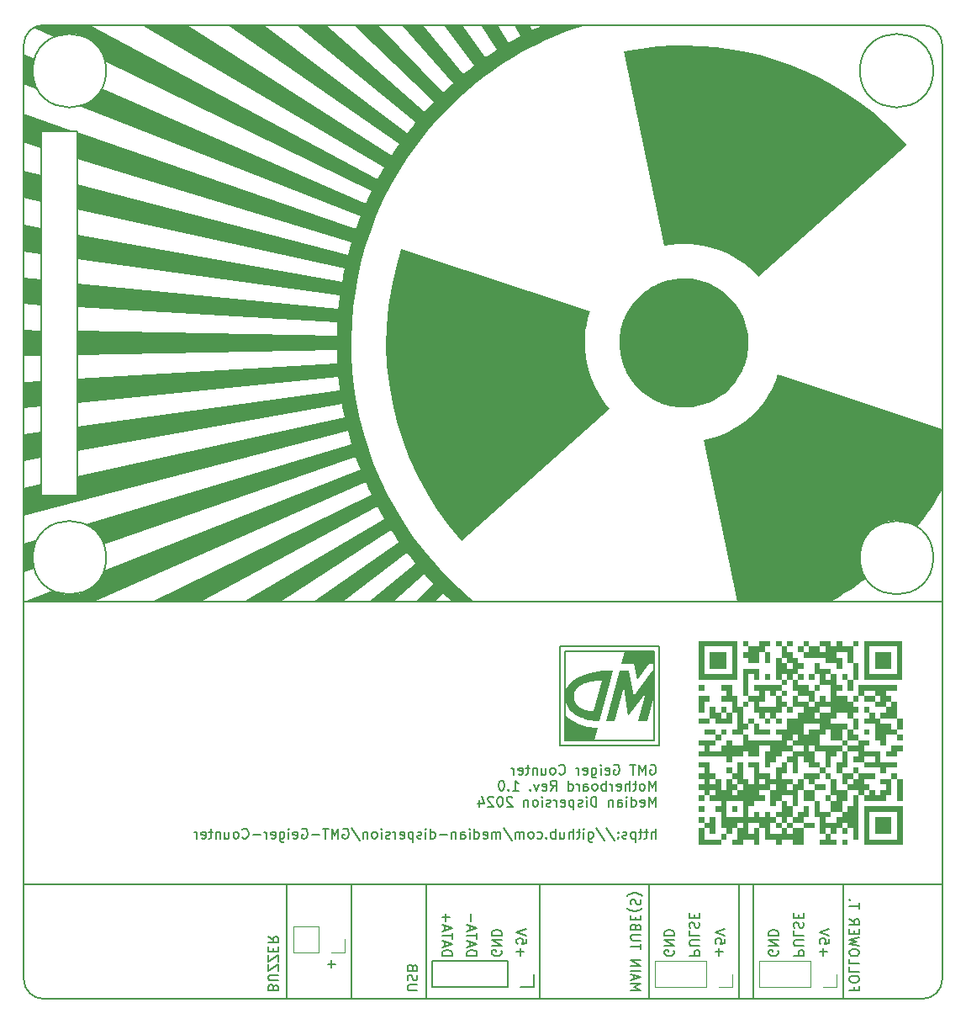
<source format=gbr>
G04 #@! TF.GenerationSoftware,KiCad,Pcbnew,8.0.5-8.0.5-0~ubuntu22.04.1*
G04 #@! TF.CreationDate,2024-09-10T18:29:42+02:00*
G04 #@! TF.ProjectId,Motherboard,4d6f7468-6572-4626-9f61-72642e6b6963,1.0*
G04 #@! TF.SameCoordinates,Original*
G04 #@! TF.FileFunction,Legend,Bot*
G04 #@! TF.FilePolarity,Positive*
%FSLAX46Y46*%
G04 Gerber Fmt 4.6, Leading zero omitted, Abs format (unit mm)*
G04 Created by KiCad (PCBNEW 8.0.5-8.0.5-0~ubuntu22.04.1) date 2024-09-10 18:29:42*
%MOMM*%
%LPD*%
G01*
G04 APERTURE LIST*
%ADD10C,0.000000*%
%ADD11C,0.150000*%
%ADD12C,0.200000*%
%ADD13C,0.120000*%
%ADD14R,1.700000X1.700000*%
%ADD15C,1.700000*%
%ADD16C,0.800000*%
%ADD17C,6.400000*%
%ADD18O,1.700000X1.700000*%
G04 APERTURE END LIST*
D10*
G36*
X173876532Y-101878228D02*
G01*
X169998304Y-101878228D01*
X169998304Y-98554033D01*
X170552338Y-98554033D01*
X170552338Y-101324195D01*
X173322500Y-101324195D01*
X173322500Y-98554033D01*
X170552338Y-98554033D01*
X169998304Y-98554033D01*
X169998304Y-98000000D01*
X173876532Y-98000000D01*
X173876532Y-101324195D01*
X173876532Y-101878228D01*
G37*
G36*
X106958635Y-46660750D02*
G01*
X103767794Y-46660750D01*
X103767794Y-48364991D01*
X101997912Y-47828104D01*
X101997912Y-44940529D01*
X106958635Y-46660750D01*
G37*
G36*
X176094254Y-116837240D02*
G01*
X176094143Y-116837240D01*
X176094143Y-116837195D01*
X176094254Y-116837195D01*
X176094254Y-116837240D01*
G37*
G36*
X190498648Y-109080598D02*
G01*
X189944615Y-109080598D01*
X189944615Y-109357615D01*
X189944615Y-109634631D01*
X188836550Y-109634631D01*
X188836550Y-109080598D01*
X189390582Y-109080598D01*
X189390582Y-108526565D01*
X190498648Y-108526565D01*
X190498648Y-109080598D01*
G37*
G36*
X176094199Y-101878363D02*
G01*
X175540167Y-101878363D01*
X175540167Y-101324330D01*
X174986133Y-101324330D01*
X174986133Y-103540407D01*
X174432129Y-103540407D01*
X174432129Y-100770245D01*
X176094199Y-100770245D01*
X176094199Y-101878363D01*
G37*
D11*
X102000000Y-122500000D02*
X194500000Y-122500000D01*
D10*
G36*
X194497755Y-76639988D02*
G01*
X194497755Y-82753121D01*
X194219393Y-83244652D01*
X193931718Y-83730282D01*
X193634926Y-84209973D01*
X193329209Y-84683690D01*
X193014761Y-85151398D01*
X192691775Y-85613059D01*
X192360445Y-86068639D01*
X192020964Y-86518101D01*
X191902622Y-86439458D01*
X191781696Y-86365536D01*
X191658329Y-86296380D01*
X191532665Y-86232035D01*
X191404846Y-86172545D01*
X191275017Y-86117957D01*
X191143320Y-86068314D01*
X191009898Y-86023662D01*
X190874896Y-85984046D01*
X190738456Y-85949511D01*
X190600722Y-85920101D01*
X190461837Y-85895863D01*
X190321944Y-85876840D01*
X190181187Y-85863078D01*
X190039709Y-85854622D01*
X189897653Y-85851517D01*
X189704683Y-85856383D01*
X189514246Y-85870851D01*
X189326577Y-85894684D01*
X189141911Y-85927649D01*
X188960486Y-85969508D01*
X188782535Y-86020027D01*
X188608295Y-86078970D01*
X188438001Y-86146100D01*
X188271889Y-86221184D01*
X188110195Y-86303984D01*
X187953154Y-86394266D01*
X187801002Y-86491794D01*
X187653975Y-86596332D01*
X187512307Y-86707644D01*
X187376235Y-86825496D01*
X187245995Y-86949651D01*
X187121821Y-87079873D01*
X187003951Y-87215929D01*
X186892618Y-87357580D01*
X186788059Y-87504593D01*
X186690510Y-87656731D01*
X186600206Y-87813759D01*
X186517383Y-87975442D01*
X186442276Y-88141543D01*
X186375121Y-88311827D01*
X186316154Y-88486058D01*
X186265610Y-88664002D01*
X186223725Y-88845421D01*
X186190735Y-89030082D01*
X186166874Y-89217747D01*
X186152380Y-89408182D01*
X186147487Y-89601151D01*
X186150560Y-89742644D01*
X186158941Y-89883566D01*
X186172588Y-90023777D01*
X186191454Y-90163133D01*
X186215497Y-90301495D01*
X186244671Y-90438719D01*
X186278932Y-90574664D01*
X186318236Y-90709188D01*
X186362540Y-90842150D01*
X186411797Y-90973408D01*
X186465965Y-91102820D01*
X186524999Y-91230244D01*
X186588854Y-91355539D01*
X186657487Y-91478564D01*
X186730853Y-91599175D01*
X186808907Y-91717232D01*
X186386213Y-92028760D01*
X185958559Y-92333343D01*
X185525917Y-92630736D01*
X185088255Y-92920695D01*
X184645544Y-93202974D01*
X184197754Y-93477329D01*
X183744854Y-93743515D01*
X183286816Y-94001286D01*
X173846052Y-94001286D01*
X170508370Y-77775616D01*
X170829188Y-77705414D01*
X171146921Y-77624880D01*
X171461334Y-77534130D01*
X171772194Y-77433280D01*
X172079268Y-77322448D01*
X172382321Y-77201748D01*
X172681121Y-77071298D01*
X172975434Y-76931212D01*
X173265026Y-76781609D01*
X173549665Y-76622603D01*
X173829115Y-76454311D01*
X174103145Y-76276850D01*
X174371520Y-76090335D01*
X174634007Y-75894882D01*
X174890373Y-75690609D01*
X175140383Y-75477631D01*
X175381258Y-75254436D01*
X175614239Y-75023896D01*
X175839182Y-74786232D01*
X176055945Y-74541664D01*
X176264384Y-74290411D01*
X176464355Y-74032692D01*
X176655717Y-73768729D01*
X176838325Y-73498740D01*
X177012037Y-73222946D01*
X177176709Y-72941566D01*
X177332199Y-72654820D01*
X177478362Y-72362928D01*
X177615057Y-72066110D01*
X177742140Y-71764586D01*
X177859467Y-71458575D01*
X177966896Y-71148297D01*
X177966829Y-71148062D01*
X177966796Y-71147943D01*
X177966763Y-71147824D01*
X194497755Y-76639988D01*
G37*
D11*
X156000000Y-98500000D02*
X166000000Y-98500000D01*
X166000000Y-108500000D01*
X156000000Y-108500000D01*
X156000000Y-98500000D01*
D10*
G36*
X103767634Y-51109697D02*
G01*
X103767634Y-53798365D01*
X101997751Y-53409775D01*
X101997751Y-50647740D01*
X103767634Y-51109697D01*
G37*
D11*
X142500000Y-122500000D02*
X154000000Y-122500000D01*
X154000000Y-134000000D01*
X142500000Y-134000000D01*
X142500000Y-122500000D01*
D10*
G36*
X186065858Y-98553979D02*
G01*
X185511825Y-98553979D01*
X185511825Y-97999947D01*
X186065858Y-97999947D01*
X186065858Y-98553979D01*
G37*
G36*
X173878014Y-116837166D02*
G01*
X173878014Y-116837242D01*
X173877859Y-116837242D01*
X173877859Y-116837166D01*
X173878014Y-116837166D01*
G37*
G36*
X177202316Y-112958906D02*
G01*
X176094251Y-112958906D01*
X176094251Y-112959224D01*
X176094251Y-113512940D01*
X176648284Y-113512940D01*
X176648284Y-113513256D01*
X176648284Y-114066973D01*
X175540219Y-114066973D01*
X175540219Y-114621006D01*
X174986186Y-114621006D01*
X174986186Y-115729124D01*
X175540219Y-115729124D01*
X175540219Y-115175091D01*
X176094252Y-115175091D01*
X176094252Y-115729124D01*
X176648285Y-115729124D01*
X176648285Y-115175091D01*
X177202318Y-115175091D01*
X177202318Y-115729124D01*
X177756348Y-115729124D01*
X177756348Y-115175167D01*
X178310381Y-115175167D01*
X178310381Y-114067049D01*
X178864414Y-114067049D01*
X178864414Y-114621083D01*
X179418338Y-114621083D01*
X179418338Y-115729103D01*
X179972371Y-115729103D01*
X179972371Y-115175072D01*
X180526404Y-115175072D01*
X180526404Y-114621039D01*
X181080437Y-114621039D01*
X181080437Y-115729157D01*
X180526404Y-115729157D01*
X180526404Y-116283190D01*
X181634469Y-116283190D01*
X181634469Y-116283209D01*
X181634469Y-116837223D01*
X180526512Y-116837223D01*
X180526512Y-116283234D01*
X179418449Y-116283234D01*
X179418449Y-116837242D01*
X178864416Y-116837242D01*
X178864416Y-117114258D01*
X178864414Y-117391300D01*
X179418447Y-117391300D01*
X179418447Y-116837267D01*
X180526404Y-116837267D01*
X180526404Y-118499346D01*
X179418339Y-118499346D01*
X179418339Y-117945313D01*
X178310274Y-117945313D01*
X178310274Y-118499346D01*
X177756241Y-118499346D01*
X177756241Y-117945313D01*
X176648176Y-117945313D01*
X176648176Y-116837195D01*
X176094254Y-116837195D01*
X176094254Y-116283207D01*
X174986189Y-116283207D01*
X174986189Y-116837240D01*
X174986189Y-116837242D01*
X174986188Y-117391274D01*
X175540221Y-117391274D01*
X175540221Y-116837240D01*
X176094143Y-116837240D01*
X176094143Y-118499317D01*
X175540110Y-118499317D01*
X175540110Y-117945284D01*
X174432045Y-117945284D01*
X174432045Y-118499317D01*
X173323980Y-118499317D01*
X173323980Y-117945284D01*
X173878014Y-117945284D01*
X173878014Y-116837242D01*
X174431892Y-116837242D01*
X174431892Y-116283209D01*
X173877859Y-116283209D01*
X173877859Y-116837166D01*
X173323980Y-116837166D01*
X173323980Y-117391199D01*
X172770025Y-117391199D01*
X172770025Y-116837219D01*
X172215992Y-116837219D01*
X172215992Y-116283158D01*
X177202318Y-116283158D01*
X177202318Y-117391276D01*
X178310383Y-117391276D01*
X178310383Y-116837242D01*
X177756351Y-116837242D01*
X177756351Y-116283234D01*
X178310384Y-116283234D01*
X178310384Y-116837242D01*
X178864416Y-116837242D01*
X178864416Y-116283209D01*
X179418447Y-116283209D01*
X179418447Y-115729201D01*
X178864414Y-115729201D01*
X178864414Y-116283234D01*
X178310384Y-116283234D01*
X177756351Y-116283234D01*
X177756351Y-116283209D01*
X178310381Y-116283209D01*
X178310381Y-115729201D01*
X177756351Y-115729201D01*
X177756351Y-115729412D01*
X177756351Y-116283158D01*
X177202318Y-116283158D01*
X172215992Y-116283158D01*
X172215992Y-115175095D01*
X171661961Y-115175095D01*
X171661961Y-114621062D01*
X172215992Y-114621062D01*
X172215992Y-114067290D01*
X172769741Y-114067290D01*
X172769741Y-115729412D01*
X174431812Y-115729412D01*
X174431812Y-114067290D01*
X172769741Y-114067290D01*
X172215992Y-114067290D01*
X172215992Y-114067030D01*
X171107927Y-114067030D01*
X171107927Y-113513256D01*
X171661251Y-113513256D01*
X171661251Y-112959224D01*
X173323244Y-112959224D01*
X173323244Y-113513256D01*
X173877275Y-113513256D01*
X173877275Y-112959224D01*
X174431309Y-112959224D01*
X174431309Y-112405191D01*
X173877275Y-112405191D01*
X173877275Y-112959224D01*
X173323244Y-112959224D01*
X171661251Y-112959224D01*
X171107218Y-112959224D01*
X171107218Y-113512996D01*
X170553894Y-113512996D01*
X170553894Y-112958964D01*
X169999861Y-112958964D01*
X169999861Y-112404930D01*
X170553894Y-112404930D01*
X170553894Y-111851106D01*
X171107218Y-111851106D01*
X171107218Y-112405139D01*
X171661251Y-112405139D01*
X171661251Y-111851106D01*
X171107218Y-111851106D01*
X170553894Y-111851106D01*
X170553894Y-111850897D01*
X169999861Y-111850897D01*
X169999861Y-111296865D01*
X170553894Y-111296865D01*
X170553894Y-110742831D01*
X169999861Y-110742831D01*
X169999861Y-110188798D01*
X171107927Y-110188798D01*
X171107927Y-111296917D01*
X171661961Y-111296917D01*
X171661961Y-111850949D01*
X172215992Y-111850949D01*
X172215992Y-112405139D01*
X172215992Y-112959069D01*
X172770025Y-112959069D01*
X172770025Y-112405191D01*
X173323244Y-112405191D01*
X173877275Y-112405191D01*
X173877275Y-111851157D01*
X173323244Y-111851157D01*
X173323244Y-112405191D01*
X172770025Y-112405191D01*
X172770025Y-111850949D01*
X173324058Y-111850949D01*
X173324058Y-111296917D01*
X173878092Y-111296917D01*
X173878092Y-110188798D01*
X174432125Y-110188798D01*
X174432125Y-111850923D01*
X174986157Y-111850923D01*
X174986157Y-112404955D01*
X175540191Y-112404955D01*
X175540191Y-111851106D01*
X176093246Y-111851106D01*
X176093246Y-112405139D01*
X176647280Y-112405139D01*
X176647280Y-112404822D01*
X178863886Y-112404822D01*
X178863886Y-112958854D01*
X179417919Y-112958854D01*
X179417919Y-112404822D01*
X178863886Y-112404822D01*
X176647280Y-112404822D01*
X176647280Y-111851106D01*
X176093246Y-111851106D01*
X175540191Y-111851106D01*
X175540191Y-110742831D01*
X174986157Y-110742831D01*
X174986157Y-110188798D01*
X176094223Y-110188798D01*
X176094223Y-111296917D01*
X177202288Y-111296917D01*
X177202288Y-111850949D01*
X177756321Y-111850949D01*
X177756321Y-110742832D01*
X178310354Y-110742832D01*
X178310354Y-110188799D01*
X178863887Y-110188799D01*
X178863887Y-111296755D01*
X178309854Y-111296755D01*
X178309854Y-111850788D01*
X179417919Y-111850788D01*
X179417919Y-112404822D01*
X179971952Y-112404822D01*
X179971952Y-111850788D01*
X180525986Y-111850788D01*
X180525986Y-111296808D01*
X182188057Y-111296808D01*
X182188057Y-110742775D01*
X182742089Y-110742775D01*
X182742089Y-111296808D01*
X182188084Y-111296808D01*
X182188084Y-111850841D01*
X181634051Y-111850841D01*
X181634051Y-112404874D01*
X181080018Y-112404874D01*
X181080018Y-111850841D01*
X180525986Y-111850841D01*
X180525986Y-112958854D01*
X180525986Y-112958862D01*
X179972371Y-112958862D01*
X179972371Y-112958906D01*
X179972371Y-114620985D01*
X179418447Y-114620985D01*
X179418447Y-113512965D01*
X178310382Y-113512965D01*
X178310382Y-114066998D01*
X177756349Y-114066998D01*
X177756349Y-114621031D01*
X177202316Y-114621031D01*
X177202316Y-112958906D01*
X177756349Y-112958906D01*
X177756349Y-112404874D01*
X177202316Y-112404874D01*
X177202316Y-112405139D01*
X177202316Y-112958906D01*
G37*
G36*
X171107927Y-113512996D02*
G01*
X171107927Y-113513256D01*
X171107218Y-113513256D01*
X171107218Y-113512996D01*
X171107927Y-113512996D01*
G37*
G36*
X163410759Y-103499894D02*
G01*
X165289049Y-100928480D01*
X165500000Y-100928560D01*
X165500000Y-103499973D01*
X164811004Y-106071386D01*
X163911004Y-106071386D01*
X164660272Y-103275026D01*
X162861701Y-105549129D01*
X162441096Y-102680274D01*
X161532470Y-106071413D01*
X160632470Y-106071413D01*
X162010489Y-100928480D01*
X162910489Y-100928480D01*
X163410759Y-103499894D01*
G37*
G36*
X168632521Y-61503607D02*
G01*
X168632467Y-61503606D01*
X168632361Y-61503601D01*
X168632521Y-61503607D01*
G37*
G36*
X190498994Y-114067133D02*
G01*
X189944961Y-114067133D01*
X189944961Y-111851030D01*
X190498994Y-111851030D01*
X190498994Y-114067133D01*
G37*
G36*
X170552973Y-102986293D02*
G01*
X169998939Y-102986293D01*
X169998939Y-102432260D01*
X170552973Y-102432260D01*
X170552973Y-102986293D01*
G37*
G36*
X170554005Y-115174956D02*
G01*
X169999971Y-115174956D01*
X169999971Y-114620922D01*
X170554005Y-114620922D01*
X170554005Y-115174956D01*
G37*
G36*
X189389179Y-99939114D02*
G01*
X189389179Y-100770163D01*
X187727108Y-100770163D01*
X187727108Y-99108039D01*
X189389179Y-99108039D01*
X189389179Y-99939114D01*
G37*
D11*
X110300338Y-40600000D02*
G75*
G02*
X102899662Y-40600000I-3700338J0D01*
G01*
X102899662Y-40600000D02*
G75*
G02*
X110300338Y-40600000I3700338J0D01*
G01*
D10*
G36*
X183296121Y-111850841D02*
G01*
X182742116Y-111850841D01*
X182742116Y-111296808D01*
X183296121Y-111296808D01*
X183296121Y-111850841D01*
G37*
D11*
X194500000Y-38000000D02*
X194500000Y-132000000D01*
X156500000Y-99000000D02*
X165500000Y-99000000D01*
X165500000Y-108000000D01*
X156500000Y-108000000D01*
X156500000Y-99000000D01*
X192500000Y-36000000D02*
G75*
G02*
X194500000Y-38000000I0J-2000000D01*
G01*
D10*
G36*
X179418395Y-98554115D02*
G01*
X178864362Y-98554115D01*
X178864362Y-98000082D01*
X179418395Y-98000082D01*
X179418395Y-98554115D01*
G37*
G36*
X172215992Y-117945284D02*
G01*
X172215914Y-117945284D01*
X172215914Y-117945233D01*
X172215992Y-117945233D01*
X172215992Y-117945284D01*
G37*
G36*
X179418447Y-114621083D02*
G01*
X179418338Y-114621083D01*
X179418338Y-114620985D01*
X179418447Y-114620985D01*
X179418447Y-114621083D01*
G37*
G36*
X103351712Y-87849320D02*
G01*
X103291676Y-87956806D01*
X103235288Y-88066028D01*
X103182578Y-88176890D01*
X103133575Y-88289299D01*
X103088308Y-88403160D01*
X103046805Y-88518380D01*
X103009095Y-88634862D01*
X102975208Y-88752514D01*
X102945172Y-88871241D01*
X102919016Y-88990948D01*
X102896768Y-89111541D01*
X102878459Y-89232926D01*
X102864116Y-89355009D01*
X102853768Y-89477694D01*
X102847445Y-89600888D01*
X102850579Y-89741483D01*
X102858973Y-89881710D01*
X102872602Y-90021425D01*
X102891445Y-90160484D01*
X102915479Y-90298741D01*
X102944680Y-90436051D01*
X102979027Y-90572272D01*
X103018496Y-90707257D01*
X101997927Y-91061242D01*
X101997927Y-88173611D01*
X103415348Y-87743699D01*
X103351712Y-87849320D01*
G37*
G36*
X146294619Y-40943560D02*
G01*
X146561653Y-40726539D01*
X146830275Y-40512655D01*
X147100426Y-40301832D01*
X147372046Y-40093993D01*
X144273012Y-35999873D01*
X146192759Y-35999873D01*
X148482992Y-39285963D01*
X148766806Y-39089943D01*
X149051956Y-38897016D01*
X149338510Y-38707231D01*
X149626536Y-38520638D01*
X148013231Y-35999953D01*
X149743323Y-35999953D01*
X150799528Y-37802408D01*
X151097229Y-37629915D01*
X151396219Y-37460673D01*
X151696448Y-37294613D01*
X151997870Y-37131669D01*
X151393805Y-35999979D01*
X152977640Y-35999979D01*
X153224131Y-36507947D01*
X153495661Y-36377407D01*
X153767892Y-36249032D01*
X154040951Y-36123123D01*
X154314966Y-35999979D01*
X158581858Y-35999979D01*
X158581858Y-36001012D01*
X157754260Y-36268920D01*
X156932080Y-36558841D01*
X156115775Y-36870829D01*
X155305801Y-37204937D01*
X154502616Y-37561220D01*
X153706676Y-37939731D01*
X152918440Y-38340524D01*
X152138362Y-38763653D01*
X151366901Y-39209171D01*
X150604513Y-39677132D01*
X149851656Y-40167590D01*
X149108786Y-40680599D01*
X148376360Y-41216212D01*
X147654835Y-41774483D01*
X146944669Y-42355467D01*
X146246317Y-42959216D01*
X144985976Y-44137389D01*
X143799564Y-45364559D01*
X142687254Y-46637759D01*
X141649224Y-47954024D01*
X140685647Y-49310389D01*
X139796699Y-50703887D01*
X138982556Y-52131553D01*
X138243393Y-53590422D01*
X137579385Y-55077526D01*
X136990707Y-56589901D01*
X136477535Y-58124581D01*
X136040044Y-59678600D01*
X135678409Y-61248993D01*
X135392805Y-62832793D01*
X135183409Y-64427036D01*
X135050394Y-66028754D01*
X134993936Y-67634983D01*
X135014211Y-69242757D01*
X135111394Y-70849110D01*
X135285660Y-72451076D01*
X135537185Y-74045690D01*
X135866143Y-75629986D01*
X136272710Y-77200998D01*
X136757061Y-78755760D01*
X137319372Y-80291307D01*
X137959818Y-81804673D01*
X138678574Y-83292893D01*
X139475815Y-84752999D01*
X140351717Y-86182028D01*
X141306454Y-87577013D01*
X142340203Y-88934988D01*
X143453139Y-90252987D01*
X143915646Y-90762698D01*
X144386402Y-91260378D01*
X144865144Y-91746137D01*
X145351610Y-92220085D01*
X145845537Y-92682333D01*
X146346663Y-93132990D01*
X146854726Y-93572169D01*
X147369463Y-93999977D01*
X145831640Y-93999977D01*
X145832167Y-94000504D01*
X145391905Y-94000504D01*
X145392435Y-93999977D01*
X145072054Y-93999977D01*
X144967856Y-93904837D01*
X144864412Y-93808506D01*
X144659170Y-93613248D01*
X144250956Y-93219174D01*
X143499598Y-94000481D01*
X141457380Y-94000481D01*
X143277907Y-92250225D01*
X143039696Y-92003395D01*
X142802273Y-91755445D01*
X142566898Y-91504514D01*
X142450373Y-91377348D01*
X142334833Y-91248738D01*
X139237917Y-94000374D01*
X136814333Y-94000374D01*
X141447668Y-90197556D01*
X141230857Y-89930349D01*
X141017595Y-89661396D01*
X140807376Y-89390916D01*
X140599688Y-89119126D01*
X134151594Y-94000374D01*
X131195170Y-94000374D01*
X139789805Y-88010800D01*
X139592864Y-87727555D01*
X139398033Y-87443373D01*
X139206342Y-87157792D01*
X139018816Y-86870350D01*
X127879976Y-93999474D01*
X124134043Y-93999474D01*
X138299421Y-85697461D01*
X138127507Y-85399662D01*
X137959737Y-85100242D01*
X137795157Y-84799583D01*
X137632811Y-84498066D01*
X119855913Y-94000210D01*
X114894236Y-94000210D01*
X137009196Y-83273323D01*
X136860006Y-82963075D01*
X136713564Y-82651986D01*
X136570372Y-82339836D01*
X136430933Y-82026406D01*
X109057428Y-94000000D01*
X102068003Y-94000000D01*
X104848215Y-92911728D01*
X104950000Y-92963819D01*
X105053156Y-93012706D01*
X105157606Y-93058369D01*
X105263273Y-93100790D01*
X105370082Y-93139950D01*
X105477956Y-93175828D01*
X105586819Y-93208407D01*
X105696593Y-93237667D01*
X105807204Y-93263588D01*
X105918574Y-93286151D01*
X106030628Y-93305338D01*
X106143288Y-93321129D01*
X106256478Y-93333505D01*
X106370122Y-93342446D01*
X106484144Y-93347934D01*
X106598467Y-93349949D01*
X106891411Y-93335969D01*
X107179206Y-93299700D01*
X107460837Y-93241868D01*
X107735285Y-93163195D01*
X108001535Y-93064406D01*
X108258569Y-92946226D01*
X108505371Y-92809377D01*
X108740923Y-92654585D01*
X108964209Y-92482573D01*
X109174212Y-92294064D01*
X109369914Y-92089785D01*
X109550300Y-91870457D01*
X109714352Y-91636806D01*
X109861054Y-91389555D01*
X109989388Y-91129429D01*
X110098337Y-90857151D01*
X135900500Y-80757584D01*
X135777315Y-80436425D01*
X135658014Y-80114207D01*
X135542006Y-79791100D01*
X135428698Y-79467274D01*
X110081621Y-88256642D01*
X110013366Y-88096375D01*
X109938046Y-87940041D01*
X109855846Y-87787841D01*
X109766955Y-87639976D01*
X109671557Y-87496647D01*
X109569840Y-87358056D01*
X109461990Y-87224403D01*
X109348193Y-87095889D01*
X109228636Y-86972717D01*
X109103506Y-86855086D01*
X108972987Y-86743198D01*
X108837268Y-86637255D01*
X108696535Y-86537456D01*
X108550973Y-86444004D01*
X108400770Y-86357100D01*
X108246111Y-86276944D01*
X135008436Y-78159085D01*
X134910695Y-77829276D01*
X134816528Y-77498774D01*
X134725685Y-77167583D01*
X134637915Y-76835705D01*
X101999262Y-85352822D01*
X101999262Y-82590336D01*
X103769144Y-82202252D01*
X103769144Y-83339631D01*
X107428820Y-83339631D01*
X107428820Y-81399224D01*
X134318144Y-75499344D01*
X134245852Y-75163355D01*
X134176076Y-74826983D01*
X134109641Y-74490126D01*
X134047369Y-74152680D01*
X107430567Y-78905606D01*
X107430567Y-76446884D01*
X133834643Y-72794880D01*
X133790280Y-72453775D01*
X133750156Y-72112299D01*
X133713388Y-71770540D01*
X133679098Y-71428585D01*
X107430857Y-74013378D01*
X107430857Y-71600666D01*
X133574057Y-70058689D01*
X133555654Y-69715635D01*
X133540476Y-69372577D01*
X133528652Y-69029455D01*
X133520315Y-68686207D01*
X107430292Y-69198857D01*
X107430292Y-66800091D01*
X133517138Y-67312741D01*
X133524716Y-66969192D01*
X133534486Y-66625682D01*
X133547596Y-66282315D01*
X133565195Y-65939198D01*
X107429934Y-64398228D01*
X107429934Y-61984459D01*
X133679503Y-64569756D01*
X133715270Y-64228228D01*
X133755007Y-63887176D01*
X133798075Y-63546483D01*
X133843832Y-63206028D01*
X107429957Y-59552700D01*
X107429957Y-57093478D01*
X134057345Y-61849047D01*
X134118826Y-61511164D01*
X134183269Y-61173832D01*
X134251022Y-60837064D01*
X134322432Y-60500878D01*
X107430468Y-54600203D01*
X107430468Y-52063986D01*
X134637285Y-59164269D01*
X134725328Y-58832388D01*
X134816760Y-58501274D01*
X134911468Y-58170938D01*
X135009340Y-57841393D01*
X107429468Y-49474562D01*
X107429468Y-46823201D01*
X135435320Y-56536217D01*
X135549297Y-56212219D01*
X135666791Y-55889340D01*
X135787531Y-55567449D01*
X135911246Y-55246413D01*
X107577318Y-44155991D01*
X107757575Y-44100625D01*
X107934038Y-44036578D01*
X108106434Y-43964065D01*
X108274493Y-43883300D01*
X108437943Y-43794501D01*
X108596513Y-43697881D01*
X108749932Y-43593656D01*
X108897928Y-43482041D01*
X109040231Y-43363252D01*
X109176569Y-43237504D01*
X109306670Y-43105013D01*
X109430263Y-42965992D01*
X109547078Y-42820659D01*
X109656843Y-42669228D01*
X109759285Y-42511914D01*
X109854136Y-42348933D01*
X136433897Y-53975661D01*
X136572100Y-53661528D01*
X136712752Y-53348305D01*
X136856605Y-53036257D01*
X137004412Y-52725651D01*
X110170656Y-39710404D01*
X110129689Y-39556817D01*
X110082642Y-39406161D01*
X110029668Y-39258558D01*
X109970918Y-39114129D01*
X109906545Y-38972996D01*
X109836699Y-38835280D01*
X109761532Y-38701102D01*
X109681197Y-38570584D01*
X109595846Y-38443846D01*
X109505629Y-38321010D01*
X109410699Y-38202197D01*
X109311207Y-38087529D01*
X109207306Y-37977127D01*
X109099147Y-37871113D01*
X108986882Y-37769607D01*
X108870663Y-37672730D01*
X108750641Y-37580605D01*
X108626968Y-37493352D01*
X108499797Y-37411093D01*
X108369278Y-37333949D01*
X108235564Y-37262042D01*
X108098806Y-37195492D01*
X107959157Y-37134420D01*
X107816767Y-37078949D01*
X107671789Y-37029200D01*
X107524375Y-36985294D01*
X107374676Y-36947351D01*
X107222844Y-36915494D01*
X107069031Y-36889844D01*
X106913389Y-36870522D01*
X106756069Y-36857649D01*
X106597223Y-36851347D01*
X106494706Y-36853227D01*
X106392414Y-36857905D01*
X106290400Y-36865370D01*
X106188723Y-36875607D01*
X106087435Y-36888604D01*
X105986595Y-36904348D01*
X105886256Y-36922825D01*
X105786474Y-36944023D01*
X105687306Y-36967929D01*
X105588806Y-36994529D01*
X105491030Y-37023810D01*
X105394034Y-37055761D01*
X105297873Y-37090366D01*
X105202602Y-37127614D01*
X105108278Y-37167492D01*
X105014956Y-37209986D01*
X103032694Y-36248844D01*
X103085752Y-36220599D01*
X103139742Y-36193919D01*
X103194635Y-36168833D01*
X103250402Y-36145371D01*
X103307011Y-36123562D01*
X103364432Y-36103437D01*
X103422637Y-36085025D01*
X103481595Y-36068356D01*
X103541276Y-36053459D01*
X103601650Y-36040365D01*
X103662687Y-36029103D01*
X103724357Y-36019704D01*
X103786631Y-36012196D01*
X103849477Y-36006610D01*
X103912867Y-36002975D01*
X103976771Y-36001321D01*
X108631281Y-36001321D01*
X137626658Y-51499919D01*
X137790546Y-51198591D01*
X137958592Y-50899060D01*
X138129777Y-50600884D01*
X138303084Y-50303619D01*
X113901880Y-36001453D01*
X118509813Y-36001453D01*
X139023798Y-49132850D01*
X139210081Y-48844941D01*
X139399287Y-48558525D01*
X139591558Y-48273637D01*
X139787035Y-47990312D01*
X122586390Y-36001639D01*
X126225962Y-36001639D01*
X140591631Y-46876693D01*
X140799936Y-46604365D01*
X141010946Y-46333572D01*
X141224942Y-46064461D01*
X141442206Y-45797178D01*
X129506716Y-36001082D01*
X132488798Y-36001082D01*
X142340719Y-44755260D01*
X142569791Y-44501042D01*
X142802085Y-44248833D01*
X143037261Y-43998439D01*
X143274981Y-43749668D01*
X135215857Y-36000898D01*
X137729849Y-36000898D01*
X144245146Y-42777335D01*
X144492853Y-42539902D01*
X144742066Y-42303458D01*
X144994091Y-42068957D01*
X145121566Y-41952736D01*
X145250235Y-41837359D01*
X140063662Y-36000713D01*
X142238672Y-36000713D01*
X142237539Y-35999079D01*
X146294619Y-40943560D01*
G37*
D11*
X102000000Y-132000000D02*
X102000000Y-38000000D01*
D10*
G36*
X187174851Y-105202504D02*
G01*
X186620819Y-105202504D01*
X186620819Y-104648472D01*
X187174851Y-104648472D01*
X187174851Y-105202504D01*
G37*
D11*
X110300338Y-89600000D02*
G75*
G02*
X102899662Y-89600000I-3700338J0D01*
G01*
X102899662Y-89600000D02*
G75*
G02*
X110300338Y-89600000I3700338J0D01*
G01*
D10*
G36*
X189944961Y-111851030D02*
G01*
X189390928Y-111851030D01*
X189390928Y-111296996D01*
X189944961Y-111296996D01*
X189944961Y-111851030D01*
G37*
G36*
X165500000Y-100285707D02*
G01*
X164962503Y-100285707D01*
X163760430Y-101931350D01*
X163440313Y-100285707D01*
X162182732Y-100285707D01*
X162527217Y-99000000D01*
X165500000Y-99000000D01*
X165500000Y-100285707D01*
G37*
G36*
X103415369Y-87743665D02*
G01*
X103415369Y-87743666D01*
X103415369Y-87743668D01*
X103415369Y-87743671D01*
X103415368Y-87743673D01*
X103415367Y-87743675D01*
X103415367Y-87743677D01*
X103415365Y-87743681D01*
X103415364Y-87743685D01*
X103415363Y-87743686D01*
X103415362Y-87743690D01*
X103415362Y-87743692D01*
X103415362Y-87743693D01*
X103415362Y-87743694D01*
X103415362Y-87743695D01*
X103415348Y-87743699D01*
X103415369Y-87743664D01*
X103415369Y-87743665D01*
G37*
G36*
X174984228Y-98554033D02*
G01*
X174430195Y-98554033D01*
X174430195Y-98000000D01*
X174984228Y-98000000D01*
X174984228Y-98554033D01*
G37*
G36*
X177200727Y-101878254D02*
G01*
X176646694Y-101878254D01*
X176646694Y-101324222D01*
X177200727Y-101324222D01*
X177200727Y-101878254D01*
G37*
G36*
X176646326Y-99108065D02*
G01*
X176646325Y-99108065D01*
X176646325Y-99108012D01*
X176646326Y-99108012D01*
X176646326Y-99108065D01*
G37*
G36*
X172768362Y-100770163D02*
G01*
X171106291Y-100770163D01*
X171106291Y-99108039D01*
X172768362Y-99108039D01*
X172768362Y-100770163D01*
G37*
G36*
X168632467Y-61503606D02*
G01*
X168968229Y-61519395D01*
X169301564Y-61552398D01*
X169631743Y-61602365D01*
X169958145Y-61669053D01*
X170280148Y-61752219D01*
X170597130Y-61851617D01*
X170908471Y-61967005D01*
X171213547Y-62098138D01*
X171511738Y-62244773D01*
X171802422Y-62406666D01*
X172084977Y-62583572D01*
X172358782Y-62775249D01*
X172623215Y-62981451D01*
X172877655Y-63201936D01*
X173121479Y-63436459D01*
X173354067Y-63684777D01*
X173569900Y-63940420D01*
X173770378Y-64203832D01*
X173955535Y-64474436D01*
X174125404Y-64751657D01*
X174280019Y-65034917D01*
X174419416Y-65323641D01*
X174543626Y-65617253D01*
X174652685Y-65915175D01*
X174746627Y-66216832D01*
X174825485Y-66521647D01*
X174889294Y-66829044D01*
X174938087Y-67138447D01*
X174971898Y-67449279D01*
X174990762Y-67760964D01*
X174994712Y-68072926D01*
X174983783Y-68384589D01*
X174958008Y-68695375D01*
X174917422Y-69004709D01*
X174862058Y-69312015D01*
X174791950Y-69616716D01*
X174707133Y-69918235D01*
X174607640Y-70215997D01*
X174493505Y-70509425D01*
X174364763Y-70797943D01*
X174221447Y-71080975D01*
X174063591Y-71357944D01*
X173891230Y-71628274D01*
X173704397Y-71891388D01*
X173503126Y-72146711D01*
X173287451Y-72393665D01*
X173057407Y-72631675D01*
X172813027Y-72860165D01*
X172557356Y-73076017D01*
X172293910Y-73276512D01*
X172023267Y-73461683D01*
X171746002Y-73631564D01*
X171462694Y-73786188D01*
X171173917Y-73925591D01*
X170880250Y-74049806D01*
X170582269Y-74158868D01*
X170280550Y-74252809D01*
X169975671Y-74331665D01*
X169668208Y-74395469D01*
X169358738Y-74444255D01*
X169047838Y-74478057D01*
X168736084Y-74496910D01*
X168424053Y-74500846D01*
X168112322Y-74489901D01*
X167801468Y-74464109D01*
X167492067Y-74423502D01*
X167184697Y-74368116D01*
X166879933Y-74297985D01*
X166578354Y-74213141D01*
X166280534Y-74113620D01*
X165987052Y-73999456D01*
X165698484Y-73870681D01*
X165415406Y-73727331D01*
X165138396Y-73569440D01*
X164868030Y-73397041D01*
X164604885Y-73210168D01*
X164349538Y-73008856D01*
X164102565Y-72793139D01*
X163864543Y-72563050D01*
X163636049Y-72318623D01*
X163420226Y-72062979D01*
X163219759Y-71799565D01*
X163034614Y-71528957D01*
X162864756Y-71251732D01*
X162710153Y-70968466D01*
X162570770Y-70679736D01*
X162446573Y-70386118D01*
X162337527Y-70088188D01*
X162243600Y-69786524D01*
X162164757Y-69481700D01*
X162100964Y-69174295D01*
X162052186Y-68864884D01*
X162018391Y-68554044D01*
X161999543Y-68242351D01*
X161995609Y-67930382D01*
X162006555Y-67618714D01*
X162032347Y-67307922D01*
X162072951Y-66998583D01*
X162128332Y-66691273D01*
X162198457Y-66386570D01*
X162283292Y-66085049D01*
X162382803Y-65787288D01*
X162496956Y-65493861D01*
X162625716Y-65205347D01*
X162769050Y-64922321D01*
X162926923Y-64645359D01*
X163099303Y-64375039D01*
X163286153Y-64111937D01*
X163487442Y-63856629D01*
X163703134Y-63609692D01*
X163933196Y-63371701D01*
X164177593Y-63143235D01*
X164373035Y-62976379D01*
X164574354Y-62817805D01*
X164781279Y-62667632D01*
X164993541Y-62525977D01*
X165210869Y-62392959D01*
X165432991Y-62268695D01*
X165659639Y-62153304D01*
X165890540Y-62046905D01*
X166125425Y-61949615D01*
X166364024Y-61861553D01*
X166606064Y-61782837D01*
X166851277Y-61713584D01*
X167099392Y-61653914D01*
X167350137Y-61603944D01*
X167603243Y-61563793D01*
X167858439Y-61533579D01*
X167955475Y-61524761D01*
X168052473Y-61517395D01*
X168149410Y-61511481D01*
X168246269Y-61507015D01*
X168343029Y-61503997D01*
X168439670Y-61502425D01*
X168536174Y-61502295D01*
X168632467Y-61503606D01*
G37*
G36*
X184958774Y-118499394D02*
G01*
X184404742Y-118499394D01*
X184404742Y-117945360D01*
X184958774Y-117945360D01*
X184958774Y-118499394D01*
G37*
D11*
X194500000Y-132000000D02*
G75*
G02*
X192500000Y-134000000I-2000000J0D01*
G01*
D10*
G36*
X190498940Y-118499369D02*
G01*
X186620713Y-118499369D01*
X186620713Y-115175171D01*
X187174745Y-115175171D01*
X187174745Y-117945336D01*
X189944908Y-117945336D01*
X189944908Y-115175171D01*
X187174745Y-115175171D01*
X186620713Y-115175171D01*
X186620713Y-114621140D01*
X190498940Y-114621140D01*
X190498940Y-116560253D01*
X190498940Y-117945336D01*
X190498940Y-118499369D01*
G37*
G36*
X184957686Y-101878201D02*
G01*
X184403654Y-101878201D01*
X184403654Y-101324169D01*
X184957686Y-101324169D01*
X184957686Y-101878201D01*
G37*
G36*
X171661964Y-105202452D02*
G01*
X172215998Y-105202452D01*
X172215998Y-104648419D01*
X172770029Y-104648419D01*
X172770029Y-105202449D01*
X172216103Y-105202449D01*
X172216103Y-105756482D01*
X172770134Y-105756482D01*
X172770134Y-105202452D01*
X173324034Y-105202452D01*
X173324034Y-106310570D01*
X171661964Y-106310570D01*
X171661964Y-105756537D01*
X171107931Y-105756537D01*
X171107931Y-104648419D01*
X171661964Y-104648419D01*
X171661964Y-105202452D01*
G37*
G36*
X172770134Y-105202449D02*
G01*
X172770134Y-105202452D01*
X172770029Y-105202452D01*
X172770029Y-105202449D01*
X172770134Y-105202449D01*
G37*
G36*
X159009035Y-64850476D02*
G01*
X158819907Y-65489745D01*
X158674740Y-66135005D01*
X158573110Y-66784196D01*
X158514594Y-67435258D01*
X158498769Y-68086133D01*
X158525212Y-68734760D01*
X158593500Y-69379083D01*
X158703210Y-70017040D01*
X158853917Y-70646572D01*
X159045200Y-71265622D01*
X159276635Y-71872129D01*
X159547798Y-72464034D01*
X159858267Y-73039279D01*
X160207619Y-73595803D01*
X160595430Y-74131548D01*
X161021277Y-74644455D01*
X146070097Y-87929039D01*
X144792555Y-86390226D01*
X143629134Y-84782910D01*
X142581102Y-83113270D01*
X141649728Y-81387484D01*
X140836279Y-79611729D01*
X140142022Y-77792184D01*
X139568226Y-75935026D01*
X139116158Y-74046433D01*
X138787086Y-72132583D01*
X138582277Y-70199653D01*
X138503000Y-68253822D01*
X138550522Y-66301268D01*
X138726111Y-64348168D01*
X139031035Y-62400700D01*
X139466561Y-60465042D01*
X140033957Y-58547371D01*
X140033846Y-58546316D01*
X159009035Y-64850476D01*
G37*
G36*
X103767794Y-74375946D02*
G01*
X101997912Y-74550087D01*
X101997912Y-71922936D01*
X103767794Y-71818562D01*
X103767794Y-74375946D01*
G37*
G36*
X180526512Y-116837267D02*
G01*
X180526404Y-116837267D01*
X180526404Y-116837223D01*
X180526512Y-116837223D01*
X180526512Y-116837267D01*
G37*
G36*
X181634525Y-101878257D02*
G01*
X181080493Y-101878257D01*
X181080493Y-101324224D01*
X181634525Y-101324224D01*
X181634525Y-101878257D01*
G37*
G36*
X174986162Y-103540434D02*
G01*
X174986133Y-103540434D01*
X174986133Y-103540407D01*
X174986162Y-103540407D01*
X174986162Y-103540434D01*
G37*
G36*
X173877806Y-114898365D02*
G01*
X173877808Y-115175379D01*
X173323774Y-115175379D01*
X173323774Y-114621348D01*
X173877806Y-114621348D01*
X173877806Y-114898365D01*
G37*
D11*
X102000000Y-94000000D02*
X194500000Y-94000000D01*
D10*
G36*
X159989484Y-106071492D02*
G01*
X159839542Y-106066469D01*
X159444240Y-106031312D01*
X159180137Y-105993016D01*
X158885365Y-105935887D01*
X158570145Y-105856157D01*
X158244703Y-105750061D01*
X158081342Y-105685948D01*
X157919260Y-105613831D01*
X157759733Y-105533238D01*
X157604041Y-105443700D01*
X157453459Y-105344745D01*
X157309268Y-105235903D01*
X157172744Y-105116702D01*
X157045165Y-104986672D01*
X156927810Y-104845342D01*
X156821956Y-104692241D01*
X156728881Y-104526898D01*
X156649863Y-104348843D01*
X156586180Y-104157604D01*
X156539110Y-103952711D01*
X156509931Y-103733693D01*
X156499921Y-103500079D01*
X156499927Y-103499973D01*
X157400027Y-103499973D01*
X157405665Y-103640140D01*
X157422097Y-103771550D01*
X157448605Y-103894485D01*
X157484469Y-104009228D01*
X157528968Y-104116060D01*
X157581384Y-104215266D01*
X157640997Y-104307126D01*
X157707086Y-104391924D01*
X157778933Y-104469942D01*
X157855818Y-104541463D01*
X157937021Y-104606768D01*
X158021822Y-104666142D01*
X158109502Y-104719865D01*
X158199340Y-104768221D01*
X158290619Y-104811491D01*
X158382616Y-104849960D01*
X158565892Y-104913619D01*
X158743411Y-104961458D01*
X158909414Y-104995737D01*
X159058146Y-105018715D01*
X159183849Y-105032654D01*
X159280764Y-105039812D01*
X159365205Y-105042826D01*
X160191890Y-101957120D01*
X160071927Y-101960134D01*
X159755661Y-101981228D01*
X159544363Y-102004206D01*
X159308527Y-102038484D01*
X159056332Y-102086321D01*
X158795959Y-102149980D01*
X158535585Y-102231718D01*
X158407954Y-102280073D01*
X158283390Y-102333797D01*
X158162916Y-102393170D01*
X158047554Y-102458475D01*
X157938326Y-102529996D01*
X157836256Y-102608014D01*
X157742364Y-102692813D01*
X157657675Y-102784674D01*
X157583209Y-102883880D01*
X157519990Y-102990713D01*
X157469040Y-103105457D01*
X157431381Y-103228393D01*
X157408036Y-103359804D01*
X157400027Y-103499973D01*
X156499927Y-103499973D01*
X156513884Y-103266466D01*
X156554585Y-103047449D01*
X156620242Y-102842557D01*
X156709071Y-102651319D01*
X156819291Y-102473265D01*
X156949119Y-102307923D01*
X157096772Y-102154822D01*
X157260468Y-102013492D01*
X157438425Y-101883462D01*
X157628858Y-101764261D01*
X157829988Y-101655419D01*
X158040029Y-101556464D01*
X158257201Y-101466926D01*
X158479721Y-101386333D01*
X158933673Y-101250103D01*
X159387624Y-101144005D01*
X159827316Y-101064275D01*
X160238487Y-101007145D01*
X160606877Y-100968848D01*
X161158274Y-100933689D01*
X161367424Y-100928666D01*
X161367504Y-100928560D01*
X161091907Y-101957120D01*
X159989484Y-106071492D01*
G37*
G36*
X183850154Y-114067053D02*
G01*
X183850154Y-113513020D01*
X183296121Y-113513020D01*
X183296121Y-114066998D01*
X182742116Y-114066998D01*
X182742116Y-113512965D01*
X183296149Y-113512965D01*
X183296149Y-111850841D01*
X183850154Y-111850841D01*
X183850154Y-112958959D01*
X184958219Y-112958959D01*
X184958219Y-114067053D01*
X184958219Y-114067078D01*
X184404187Y-114067078D01*
X184404187Y-114621111D01*
X184404214Y-115175116D01*
X183296149Y-115175116D01*
X183296149Y-114067053D01*
X183850154Y-114067053D01*
G37*
G36*
X183296149Y-114066998D02*
G01*
X183296149Y-114067053D01*
X183296121Y-114067053D01*
X183296121Y-114066998D01*
X183296149Y-114066998D01*
G37*
G36*
X170553923Y-116283108D02*
G01*
X169999889Y-116283108D01*
X169999889Y-115729077D01*
X170553923Y-115729077D01*
X170553923Y-116283108D01*
G37*
G36*
X182742116Y-112958906D02*
G01*
X181634051Y-112958906D01*
X181634051Y-112404874D01*
X182742116Y-112404874D01*
X182742116Y-112958906D01*
G37*
G36*
X172770025Y-117391251D02*
G01*
X172769947Y-117391251D01*
X172769947Y-117391199D01*
X172770025Y-117391199D01*
X172770025Y-117391251D01*
G37*
G36*
X170553894Y-114067030D02*
G01*
X169999861Y-114067030D01*
X169999861Y-113512996D01*
X170553894Y-113512996D01*
X170553894Y-114067030D01*
G37*
G36*
X103767794Y-79560585D02*
G01*
X101997912Y-79876839D01*
X101997912Y-77199547D01*
X103767794Y-76954609D01*
X103767794Y-79560585D01*
G37*
G36*
X181634469Y-114067024D02*
G01*
X181634050Y-114067024D01*
X181634050Y-114066979D01*
X181634469Y-114066979D01*
X181634469Y-114067024D01*
G37*
D11*
X175500000Y-122500000D02*
X184500000Y-122500000D01*
X184500000Y-134000000D01*
X175500000Y-134000000D01*
X175500000Y-122500000D01*
D10*
G36*
X103057604Y-39376080D02*
G01*
X103032562Y-39450131D01*
X103009086Y-39524630D01*
X102987181Y-39599553D01*
X102966851Y-39674876D01*
X102948100Y-39750572D01*
X102930932Y-39826617D01*
X102915352Y-39902986D01*
X102901363Y-39979654D01*
X102888972Y-40056597D01*
X102878180Y-40133788D01*
X102868994Y-40211204D01*
X102861417Y-40288818D01*
X102855453Y-40366607D01*
X102851106Y-40444546D01*
X102848382Y-40522608D01*
X102847284Y-40600770D01*
X102854204Y-40731045D01*
X102865622Y-40860723D01*
X102881503Y-40989694D01*
X102901811Y-41117846D01*
X102926510Y-41245070D01*
X102955565Y-41371253D01*
X102988938Y-41496286D01*
X103026595Y-41620057D01*
X103068499Y-41742455D01*
X103114615Y-41863370D01*
X103164906Y-41982691D01*
X103219336Y-42100306D01*
X103277870Y-42216105D01*
X103340471Y-42329977D01*
X103407103Y-42441811D01*
X103477732Y-42551496D01*
X101997774Y-41972224D01*
X101997774Y-38912614D01*
X101997751Y-38912535D01*
X103057604Y-39376080D01*
G37*
G36*
X180526404Y-112958906D02*
G01*
X180525986Y-112958906D01*
X180525986Y-112958862D01*
X180526404Y-112958862D01*
X180526404Y-112958906D01*
G37*
G36*
X103767634Y-61625553D02*
G01*
X103767634Y-64183995D01*
X101997751Y-64079609D01*
X101997751Y-61451411D01*
X103767634Y-61625553D01*
G37*
G36*
X177200358Y-98554033D02*
G01*
X176646325Y-98554033D01*
X176646325Y-99108012D01*
X176092293Y-99108012D01*
X176092293Y-100216130D01*
X174984228Y-100216130D01*
X174984228Y-99662098D01*
X174430195Y-99662098D01*
X174430195Y-99108065D01*
X174984228Y-99108065D01*
X174984228Y-98554033D01*
X176092293Y-98554033D01*
X176092293Y-98000000D01*
X177200358Y-98000000D01*
X177200358Y-98554033D01*
G37*
G36*
X156607843Y-105503045D02*
G01*
X156721454Y-105616183D01*
X156840157Y-105722046D01*
X156963357Y-105820875D01*
X157090455Y-105912913D01*
X157220856Y-105998400D01*
X157489180Y-106150693D01*
X157763554Y-106279688D01*
X158039206Y-106387319D01*
X158311363Y-106475519D01*
X158575251Y-106546224D01*
X158826097Y-106601367D01*
X159059129Y-106642883D01*
X159452657Y-106692767D01*
X159815919Y-106714108D01*
X159466725Y-107999867D01*
X156499975Y-107999867D01*
X156499921Y-105382390D01*
X156607843Y-105503045D01*
G37*
D11*
X104000000Y-36000000D02*
X192500000Y-36000000D01*
X193600338Y-40600000D02*
G75*
G02*
X186199662Y-40600000I-3700338J0D01*
G01*
X186199662Y-40600000D02*
G75*
G02*
X193600338Y-40600000I3700338J0D01*
G01*
D10*
G36*
X103767634Y-66730082D02*
G01*
X103767634Y-69272488D01*
X101997751Y-69307110D01*
X101997751Y-66695465D01*
X103767634Y-66730082D01*
G37*
D11*
X193600338Y-89600000D02*
G75*
G02*
X186199662Y-89600000I-3700338J0D01*
G01*
X186199662Y-89600000D02*
G75*
G02*
X193600338Y-89600000I3700338J0D01*
G01*
D10*
G36*
X168611195Y-38059368D02*
G01*
X170199081Y-38104620D01*
X171775248Y-38233141D01*
X173336683Y-38443681D01*
X174880373Y-38734988D01*
X176403304Y-39105812D01*
X177902465Y-39554900D01*
X179374841Y-40081002D01*
X180817420Y-40682866D01*
X182227189Y-41359240D01*
X183601135Y-42108875D01*
X184936245Y-42930518D01*
X186229506Y-43822918D01*
X187477905Y-44784824D01*
X188678429Y-45814985D01*
X189828066Y-46912149D01*
X190923802Y-48075065D01*
X175973147Y-61359124D01*
X175513277Y-60877522D01*
X175026384Y-60430986D01*
X174514460Y-60020174D01*
X173979494Y-59645741D01*
X173423477Y-59308344D01*
X172848399Y-59008640D01*
X172256251Y-58747285D01*
X171649022Y-58524936D01*
X171028703Y-58342250D01*
X170397285Y-58199882D01*
X169756758Y-58098489D01*
X169109111Y-58038728D01*
X168456336Y-58021256D01*
X167800423Y-58046729D01*
X167143362Y-58115803D01*
X166487143Y-58229136D01*
X162466841Y-38682454D01*
X163016729Y-38573932D01*
X163568395Y-38475726D01*
X164121699Y-38387854D01*
X164676498Y-38310338D01*
X165232651Y-38243197D01*
X165790017Y-38186449D01*
X166348455Y-38140115D01*
X166907824Y-38104214D01*
X167334375Y-38083880D01*
X167760451Y-38069620D01*
X168186017Y-38061418D01*
X168611035Y-38059256D01*
X168611195Y-38059368D01*
G37*
G36*
X176093670Y-106864732D02*
G01*
X177201734Y-106864732D01*
X177201734Y-107141749D01*
X177201708Y-107418818D01*
X175539637Y-107418818D01*
X175539637Y-106310700D01*
X176093670Y-106310700D01*
X176093670Y-106864732D01*
G37*
D11*
X128500000Y-122500000D02*
X135000000Y-122500000D01*
X135000000Y-134000000D01*
X128500000Y-134000000D01*
X128500000Y-122500000D01*
D10*
G36*
X187174452Y-107418527D02*
G01*
X186620420Y-107418527D01*
X186620420Y-106864495D01*
X187174452Y-106864495D01*
X187174452Y-107418527D01*
G37*
D11*
X104000000Y-134000000D02*
G75*
G02*
X102000000Y-132000000I0J2000000D01*
G01*
D10*
G36*
X178864386Y-110188799D02*
G01*
X178863887Y-110188799D01*
X178863887Y-110188637D01*
X178864386Y-110188637D01*
X178864386Y-110188799D01*
G37*
G36*
X181634050Y-114066979D02*
G01*
X180526404Y-114066979D01*
X180526404Y-112958906D01*
X181634050Y-112958906D01*
X181634050Y-114066979D01*
G37*
G36*
X185512727Y-111296996D02*
G01*
X185512411Y-111296996D01*
X185512411Y-111296862D01*
X185512727Y-111296862D01*
X185512727Y-111296996D01*
G37*
D11*
X103767794Y-46660750D02*
X107428820Y-46660750D01*
X107428820Y-83339631D01*
X103767794Y-83339631D01*
X103767794Y-46660750D01*
D10*
G36*
X171107931Y-106310570D02*
G01*
X169999864Y-106310570D01*
X169999864Y-105756537D01*
X171107931Y-105756537D01*
X171107931Y-106310570D01*
G37*
G36*
X171661936Y-107418661D02*
G01*
X170553869Y-107418661D01*
X170553869Y-106864628D01*
X171661936Y-106864628D01*
X171661936Y-107418661D01*
G37*
G36*
X172770002Y-107418661D02*
G01*
X172215969Y-107418661D01*
X172215969Y-106864628D01*
X172770002Y-106864628D01*
X172770002Y-107418661D01*
G37*
G36*
X190497350Y-101878228D02*
G01*
X186619122Y-101878228D01*
X186619122Y-98554033D01*
X187173155Y-98554033D01*
X187173155Y-101324195D01*
X189943318Y-101324195D01*
X189943318Y-98554033D01*
X187173155Y-98554033D01*
X186619122Y-98554033D01*
X186619122Y-98000000D01*
X190497350Y-98000000D01*
X190497350Y-101324195D01*
X190497350Y-101878228D01*
G37*
G36*
X189390770Y-116560253D02*
G01*
X189390770Y-117391302D01*
X187728698Y-117391302D01*
X187728698Y-115729180D01*
X189390770Y-115729180D01*
X189390770Y-116560253D01*
G37*
G36*
X183849621Y-99661992D02*
G01*
X184403654Y-99661992D01*
X184403654Y-100770110D01*
X183849621Y-100770110D01*
X183849621Y-100216077D01*
X182741556Y-100216077D01*
X182741556Y-99662045D01*
X180525532Y-99662045D01*
X180525532Y-99108012D01*
X179971499Y-99108012D01*
X179971499Y-98554033D01*
X180525559Y-98554033D01*
X180525559Y-99108065D01*
X181079593Y-99108065D01*
X181079593Y-98554033D01*
X182187630Y-98554033D01*
X182187630Y-99108065D01*
X182741662Y-99108065D01*
X182741662Y-98554033D01*
X182187630Y-98554033D01*
X181079593Y-98554033D01*
X180525559Y-98554033D01*
X179971499Y-98554033D01*
X179971499Y-98553979D01*
X180525532Y-98553979D01*
X180525532Y-97999947D01*
X181079565Y-97999947D01*
X181079565Y-98553979D01*
X182187630Y-98553979D01*
X182187630Y-97999947D01*
X183295695Y-97999947D01*
X183295695Y-98553979D01*
X183849728Y-98553979D01*
X183849728Y-97999947D01*
X184403760Y-97999947D01*
X184403760Y-98553979D01*
X185511825Y-98553979D01*
X185511825Y-100216104D01*
X186065858Y-100216104D01*
X186065858Y-101878228D01*
X185511825Y-101878228D01*
X185511825Y-102432260D01*
X185511719Y-102986319D01*
X184957686Y-102986319D01*
X184957686Y-101878201D01*
X185511719Y-101878201D01*
X185511719Y-100216077D01*
X184957686Y-100216077D01*
X184957686Y-99107959D01*
X183849621Y-99107959D01*
X183849621Y-99108065D01*
X183849621Y-99661992D01*
G37*
G36*
X190499046Y-107972642D02*
G01*
X189945014Y-107972642D01*
X189945014Y-107418609D01*
X190499046Y-107418609D01*
X190499046Y-107972642D01*
G37*
G36*
X171107773Y-104094331D02*
G01*
X170553739Y-104094331D01*
X170553739Y-105202423D01*
X169999708Y-105202423D01*
X169999708Y-103540299D01*
X171107773Y-103540299D01*
X171107773Y-104094331D01*
G37*
G36*
X178310328Y-98554115D02*
G01*
X177756295Y-98554115D01*
X177756295Y-98000082D01*
X178310328Y-98000082D01*
X178310328Y-98554115D01*
G37*
G36*
X172215969Y-107972695D02*
G01*
X171661936Y-107972695D01*
X171661936Y-107418661D01*
X172215969Y-107418661D01*
X172215969Y-107972695D01*
G37*
D11*
X102000000Y-38000000D02*
G75*
G02*
X104000000Y-36000000I2000000J0D01*
G01*
X165000000Y-122500000D02*
X174000000Y-122500000D01*
X174000000Y-134000000D01*
X165000000Y-134000000D01*
X165000000Y-122500000D01*
D10*
G36*
X173324058Y-111296917D02*
G01*
X172770025Y-111296917D01*
X172770025Y-110742884D01*
X173324058Y-110742884D01*
X173324058Y-111296917D01*
G37*
G36*
X188282916Y-105756537D02*
G01*
X188281987Y-105756537D01*
X188281987Y-105756535D01*
X188282916Y-105756535D01*
X188282916Y-105756537D01*
G37*
D11*
X192500000Y-134000000D02*
X104000000Y-134000000D01*
D10*
G36*
X103767634Y-56442133D02*
G01*
X103767634Y-59048622D01*
X101997751Y-58803681D01*
X101997751Y-56125882D01*
X103767634Y-56442133D01*
G37*
G36*
X101997912Y-44940529D02*
G01*
X101997751Y-44940473D01*
X101997912Y-44940473D01*
X101997912Y-44940529D01*
G37*
G36*
X186620872Y-113513153D02*
G01*
X186620872Y-113513256D01*
X186620025Y-113513256D01*
X186620025Y-113513153D01*
X186620872Y-113513153D01*
G37*
G36*
X180526461Y-100770245D02*
G01*
X179972427Y-100770245D01*
X179972427Y-101324277D01*
X180526461Y-101324277D01*
X180526461Y-101878310D01*
X179972427Y-101878310D01*
X179972427Y-101878519D01*
X179972427Y-102432342D01*
X181080493Y-102432342D01*
X181080493Y-102986375D01*
X181634525Y-102986375D01*
X181634525Y-102432342D01*
X182188558Y-102432342D01*
X182188558Y-101324224D01*
X181634525Y-101324224D01*
X181634525Y-101324195D01*
X182742721Y-101324195D01*
X182742721Y-101878228D01*
X183296753Y-101878228D01*
X183296753Y-101324195D01*
X182742721Y-101324195D01*
X181634525Y-101324195D01*
X181634525Y-100216106D01*
X182188558Y-100216106D01*
X182188558Y-100770139D01*
X183296624Y-100770139D01*
X183296624Y-101324171D01*
X183850656Y-101324171D01*
X183850656Y-101878228D01*
X183850656Y-102432289D01*
X184404689Y-102432289D01*
X184404689Y-102986322D01*
X183850656Y-102986322D01*
X183850656Y-103540354D01*
X184958721Y-103540354D01*
X184958721Y-104094387D01*
X185512754Y-104094387D01*
X185512754Y-103540354D01*
X186066786Y-103540354D01*
X186066786Y-103540299D01*
X186620683Y-103540299D01*
X187728748Y-103540299D01*
X187728748Y-102986266D01*
X186620683Y-102986266D01*
X186620683Y-103540299D01*
X186066786Y-103540299D01*
X186066786Y-102432236D01*
X189945014Y-102432236D01*
X189945014Y-102986269D01*
X188836949Y-102986269D01*
X188836949Y-103540301D01*
X189390981Y-103540301D01*
X189390981Y-104094334D01*
X189945014Y-104094334D01*
X189945014Y-104648364D01*
X189945014Y-105756458D01*
X190499046Y-105756458D01*
X190499046Y-106864576D01*
X189945014Y-106864576D01*
X189945014Y-107418609D01*
X188836949Y-107418609D01*
X188836949Y-108526727D01*
X188282916Y-108526727D01*
X188282916Y-107972694D01*
X187728884Y-107972694D01*
X187728884Y-106310569D01*
X186620819Y-106310569D01*
X186620819Y-105756537D01*
X187174851Y-105756537D01*
X187174851Y-105202504D01*
X187728884Y-105202504D01*
X187728884Y-105756537D01*
X188281987Y-105756537D01*
X188281987Y-106310567D01*
X189390052Y-106310567D01*
X189390052Y-106587584D01*
X189390026Y-106864653D01*
X189944058Y-106864653D01*
X189944058Y-105756535D01*
X188282916Y-105756535D01*
X188282916Y-105202504D01*
X188836949Y-105202504D01*
X188836949Y-104648472D01*
X187728884Y-104648472D01*
X187728884Y-104094439D01*
X186620819Y-104094439D01*
X186620819Y-104094331D01*
X187728748Y-104094331D01*
X188282781Y-104094331D01*
X188836813Y-104094331D01*
X188836813Y-104648364D01*
X189390846Y-104648364D01*
X189390846Y-104094331D01*
X188836813Y-104094331D01*
X188282781Y-104094331D01*
X188282781Y-103540299D01*
X187728748Y-103540299D01*
X187728748Y-104094331D01*
X186620819Y-104094331D01*
X186620819Y-103540406D01*
X186066786Y-103540406D01*
X186066786Y-104094439D01*
X185512754Y-104094439D01*
X185512754Y-104094676D01*
X185512754Y-104648472D01*
X186066786Y-104648472D01*
X186066786Y-105202504D01*
X185512754Y-105202504D01*
X185512754Y-105756537D01*
X186066786Y-105756537D01*
X186066786Y-106864655D01*
X185512754Y-106864655D01*
X185512754Y-107418688D01*
X186066786Y-107418688D01*
X186066786Y-107972720D01*
X187174851Y-107972720D01*
X187174851Y-108526754D01*
X186620819Y-108526754D01*
X186620819Y-109080787D01*
X188282890Y-109080787D01*
X188282890Y-110188905D01*
X189944961Y-110188905D01*
X189944961Y-110189036D01*
X189944961Y-110742938D01*
X188836896Y-110742938D01*
X188836896Y-111296972D01*
X188282863Y-111296972D01*
X188282863Y-110742938D01*
X186620792Y-110742938D01*
X186620792Y-110189036D01*
X187727930Y-110189036D01*
X187727930Y-109635002D01*
X186619865Y-109635002D01*
X186619865Y-110188905D01*
X185512727Y-110188905D01*
X185512727Y-109634873D01*
X186066759Y-109634873D01*
X186066759Y-109080839D01*
X184958694Y-109080839D01*
X184958694Y-110742963D01*
X184404662Y-110742963D01*
X184404662Y-111296996D01*
X185512411Y-111296996D01*
X185512411Y-111850895D01*
X186066443Y-111850895D01*
X186066443Y-111296862D01*
X185512727Y-111296862D01*
X185512727Y-110742963D01*
X186066759Y-110742963D01*
X186066759Y-111296996D01*
X187728831Y-111296996D01*
X187728831Y-111851030D01*
X186620766Y-111851030D01*
X186620766Y-112405063D01*
X187174798Y-112405063D01*
X187174798Y-112959095D01*
X187728831Y-112959095D01*
X187728831Y-113513128D01*
X188282863Y-113513128D01*
X188282863Y-112959095D01*
X188836896Y-112959095D01*
X188836896Y-112405063D01*
X188282863Y-112405063D01*
X188282863Y-111851030D01*
X189390928Y-111851030D01*
X189390928Y-113513153D01*
X188836896Y-113513153D01*
X188836896Y-113513256D01*
X188836896Y-114067187D01*
X186620872Y-114067187D01*
X186620872Y-113513256D01*
X187174058Y-113513256D01*
X187174058Y-112959224D01*
X186620025Y-112959224D01*
X186620025Y-113513153D01*
X186066839Y-113513153D01*
X186066839Y-116837242D01*
X186066839Y-117945414D01*
X185512807Y-117945414D01*
X185512807Y-116837296D01*
X184958774Y-116837296D01*
X184958774Y-117391329D01*
X184404742Y-117391329D01*
X184404742Y-116837296D01*
X183850709Y-116837296D01*
X183850709Y-117391276D01*
X183850709Y-117391329D01*
X183296677Y-117391329D01*
X183296677Y-117945360D01*
X183850709Y-117945360D01*
X183850709Y-118222376D01*
X183850520Y-118499291D01*
X182188501Y-118499291D01*
X182188501Y-117945257D01*
X182742534Y-117945257D01*
X182742534Y-117391226D01*
X182188501Y-117391226D01*
X182188501Y-116837242D01*
X182742644Y-116837242D01*
X182742644Y-117391276D01*
X183296677Y-117391276D01*
X183296677Y-116837242D01*
X182742644Y-116837242D01*
X182188501Y-116837242D01*
X182188501Y-115729101D01*
X181634469Y-115729101D01*
X181634469Y-114067024D01*
X182188083Y-114067024D01*
X182188083Y-115175144D01*
X183296148Y-115175144D01*
X183296148Y-115729178D01*
X182742115Y-115729178D01*
X182742115Y-116006191D01*
X182742248Y-116283211D01*
X183850313Y-116283211D01*
X183850313Y-116283209D01*
X184404213Y-116283209D01*
X184404213Y-116837242D01*
X184958246Y-116837242D01*
X184958246Y-116283209D01*
X184404213Y-116283209D01*
X183850313Y-116283209D01*
X183850313Y-115729180D01*
X184404345Y-115729180D01*
X184404345Y-115175146D01*
X184958378Y-115175146D01*
X184958378Y-114621113D01*
X185512411Y-114621113D01*
X185512411Y-113512994D01*
X186066443Y-113512994D01*
X186066443Y-112958962D01*
X184958378Y-112958962D01*
X184958378Y-112404928D01*
X185512411Y-112404928D01*
X185512411Y-111850895D01*
X184958378Y-111850895D01*
X184958378Y-112404928D01*
X184404345Y-112404928D01*
X184404345Y-111296809D01*
X183850313Y-111296809D01*
X183850313Y-110188691D01*
X184404345Y-110188691D01*
X184404345Y-109080572D01*
X184958378Y-109080572D01*
X184958378Y-108526540D01*
X186066443Y-108526540D01*
X186066443Y-107972507D01*
X184958378Y-107972507D01*
X184958378Y-106864389D01*
X185512411Y-106864389D01*
X185512411Y-105756271D01*
X184958378Y-105756271D01*
X184958378Y-105202238D01*
X183850313Y-105202238D01*
X183850313Y-105202449D01*
X183850313Y-105756271D01*
X183296280Y-105756271D01*
X183296280Y-105756482D01*
X183296280Y-106310303D01*
X184958352Y-106310303D01*
X184958352Y-106864335D01*
X184404319Y-106864335D01*
X184404319Y-107972454D01*
X183296254Y-107972454D01*
X183296254Y-106864335D01*
X182742222Y-106864335D01*
X182742222Y-106864600D01*
X182742222Y-107418369D01*
X182188189Y-107418369D01*
X182188189Y-107972851D01*
X182188189Y-108526488D01*
X184404160Y-108526488D01*
X184404160Y-107972694D01*
X184958193Y-107972694D01*
X184958193Y-108526727D01*
X184404214Y-108526727D01*
X184404214Y-109080520D01*
X183850181Y-109080520D01*
X183850181Y-109634553D01*
X183296149Y-109634553D01*
X183296149Y-110742671D01*
X182742116Y-110742671D01*
X182742116Y-109080547D01*
X181634051Y-109080547D01*
X181634051Y-109080917D01*
X181634051Y-110188664D01*
X182188085Y-110188664D01*
X182188085Y-110742697D01*
X181080019Y-110742697D01*
X181080019Y-110188664D01*
X180525987Y-110188664D01*
X180525987Y-109634631D01*
X179971953Y-109634631D01*
X179971953Y-111296755D01*
X179417920Y-111296755D01*
X179417920Y-110188637D01*
X178864386Y-110188637D01*
X178864386Y-109634766D01*
X179418420Y-109634766D01*
X179418420Y-109080917D01*
X180525771Y-109080917D01*
X180525771Y-109080547D01*
X181080018Y-109080547D01*
X181634051Y-109080547D01*
X181634051Y-108526513D01*
X181080018Y-108526513D01*
X181080018Y-109080547D01*
X180525771Y-109080547D01*
X180525771Y-108526884D01*
X179417706Y-108526884D01*
X179417706Y-109080734D01*
X178310355Y-109080734D01*
X178310355Y-109634766D01*
X177756322Y-109634766D01*
X177756322Y-110188799D01*
X177202289Y-110188799D01*
X177202289Y-110742832D01*
X176648256Y-110742832D01*
X176648256Y-109080708D01*
X177202289Y-109080708D01*
X177202289Y-108526675D01*
X176094224Y-108526675D01*
X176094224Y-109634793D01*
X174986159Y-109634793D01*
X174986159Y-109080760D01*
X174432125Y-109080760D01*
X174432125Y-109634793D01*
X173324060Y-109634793D01*
X173324060Y-110188827D01*
X172770027Y-110188827D01*
X172770027Y-109634793D01*
X169999864Y-109634793D01*
X169999864Y-109080760D01*
X170553898Y-109080760D01*
X170553898Y-108526728D01*
X169999864Y-108526728D01*
X169999864Y-107972695D01*
X171661936Y-107972695D01*
X171661936Y-108526728D01*
X171107902Y-108526728D01*
X171107902Y-109080760D01*
X172215969Y-109080760D01*
X172215969Y-108526728D01*
X172770002Y-108526728D01*
X172770002Y-107972695D01*
X173324034Y-107972695D01*
X173324034Y-108526728D01*
X174432100Y-108526728D01*
X174432100Y-107418765D01*
X174985711Y-107418765D01*
X174985711Y-107695782D01*
X174985742Y-107973010D01*
X178309938Y-107973010D01*
X178309938Y-107972851D01*
X178863673Y-107972851D01*
X178863673Y-108526884D01*
X179417706Y-108526884D01*
X179417706Y-107972851D01*
X179971740Y-107972851D01*
X179971740Y-107418818D01*
X179417706Y-107418818D01*
X179417706Y-107972851D01*
X178863673Y-107972851D01*
X178309938Y-107972851D01*
X178309938Y-107418977D01*
X177755905Y-107418977D01*
X177755905Y-107418633D01*
X180525769Y-107418633D01*
X181079802Y-107418633D01*
X181079802Y-106864600D01*
X182187868Y-106864600D01*
X182187868Y-106310568D01*
X180525797Y-106310568D01*
X180525797Y-106864600D01*
X180525769Y-107418633D01*
X177755905Y-107418633D01*
X177755905Y-106864945D01*
X178863970Y-106864945D01*
X178863970Y-105756826D01*
X179972035Y-105756826D01*
X179972035Y-105202794D01*
X180526068Y-105202794D01*
X180526068Y-105202449D01*
X181634126Y-105202449D01*
X181634126Y-105756482D01*
X182188159Y-105756482D01*
X182188159Y-105202449D01*
X183296224Y-105202449D01*
X183296224Y-104648417D01*
X182188159Y-104648417D01*
X182188159Y-104648709D01*
X182188159Y-104648761D01*
X182188159Y-105202449D01*
X181634126Y-105202449D01*
X180526068Y-105202449D01*
X180526068Y-104648761D01*
X179418003Y-104648761D01*
X179418003Y-104094702D01*
X181080101Y-104094702D01*
X181080101Y-104648709D01*
X181634134Y-104648709D01*
X181634134Y-104094702D01*
X181080101Y-104094702D01*
X179418003Y-104094702D01*
X179418003Y-104094676D01*
X179972036Y-104094676D01*
X181080101Y-104094676D01*
X181080101Y-103540670D01*
X179972036Y-103540670D01*
X179972036Y-104094676D01*
X179418003Y-104094676D01*
X179418003Y-103540643D01*
X179972036Y-103540643D01*
X179972036Y-102986637D01*
X179418003Y-102986637D01*
X179418003Y-102986584D01*
X181634134Y-102986584D01*
X181634134Y-104094676D01*
X182188167Y-104094676D01*
X182188167Y-103540643D01*
X182742199Y-103540643D01*
X182742199Y-104094676D01*
X183296232Y-104094676D01*
X183296232Y-102432552D01*
X182188167Y-102432552D01*
X182188167Y-102986584D01*
X181634134Y-102986584D01*
X179418003Y-102986584D01*
X179418003Y-101878519D01*
X179972036Y-101878519D01*
X179972036Y-101324486D01*
X179418003Y-101324486D01*
X179418003Y-101878519D01*
X178863970Y-101878519D01*
X178863970Y-102432552D01*
X178309937Y-102432552D01*
X178309937Y-102986372D01*
X178863726Y-102986372D01*
X178863726Y-103540405D01*
X178309692Y-103540405D01*
X178309692Y-102986584D01*
X177755904Y-102986584D01*
X177755904Y-103540617D01*
X178309909Y-103540617D01*
X178309909Y-104094649D01*
X178863942Y-104094649D01*
X178863942Y-104648496D01*
X179417759Y-104648496D01*
X179417759Y-105202529D01*
X178863726Y-105202529D01*
X178863726Y-104648681D01*
X178309909Y-104648681D01*
X178309909Y-105202714D01*
X177755875Y-105202714D01*
X177755875Y-105756614D01*
X178309800Y-105756614D01*
X178309800Y-106310647D01*
X177755767Y-106310647D01*
X177755767Y-105756746D01*
X177201842Y-105756746D01*
X177201842Y-105202714D01*
X176647810Y-105202714D01*
X176647810Y-105756614D01*
X177201734Y-105756614D01*
X177201734Y-106310647D01*
X176647702Y-106310647D01*
X176647702Y-105756746D01*
X176093777Y-105756746D01*
X176093777Y-105202714D01*
X175539743Y-105202714D01*
X175539743Y-104094702D01*
X176093805Y-104094702D01*
X176093805Y-104648735D01*
X177755875Y-104648735D01*
X177755875Y-103540617D01*
X177201871Y-103540617D01*
X177201871Y-102986584D01*
X176647838Y-102986584D01*
X176647838Y-104094702D01*
X176093805Y-104094702D01*
X175539743Y-104094702D01*
X175539743Y-104094596D01*
X174985711Y-104094596D01*
X174985711Y-104648628D01*
X174431677Y-104648628D01*
X174431677Y-106310700D01*
X174985603Y-106310700D01*
X174985603Y-105756667D01*
X175539637Y-105756667D01*
X175539637Y-106310700D01*
X174985711Y-106310700D01*
X174985711Y-106864732D01*
X174431677Y-106864732D01*
X174431677Y-107418609D01*
X173324034Y-107418609D01*
X173324034Y-106864576D01*
X173878067Y-106864576D01*
X173878067Y-105202452D01*
X173324062Y-105202452D01*
X173324062Y-104094334D01*
X172215998Y-104094334D01*
X172215998Y-103540301D01*
X172770029Y-103540301D01*
X172770029Y-102986269D01*
X172215998Y-102986269D01*
X172215998Y-102432236D01*
X173324062Y-102432236D01*
X173324062Y-103540354D01*
X173878096Y-103540354D01*
X173878096Y-104648472D01*
X174432129Y-104648472D01*
X174432129Y-104094440D01*
X174986162Y-104094440D01*
X174986162Y-103540434D01*
X176094198Y-103540434D01*
X176094198Y-102986401D01*
X175540166Y-102986401D01*
X175540166Y-102432369D01*
X178310328Y-102432369D01*
X178310328Y-101878519D01*
X178863970Y-101878519D01*
X178863970Y-101324486D01*
X178309937Y-101324486D01*
X178309937Y-101878336D01*
X177756295Y-101878336D01*
X177756295Y-100216077D01*
X178310460Y-100216077D01*
X178864492Y-100216077D01*
X178864492Y-100770110D01*
X179418526Y-100770110D01*
X179418526Y-100216077D01*
X178864492Y-100216077D01*
X178864492Y-99662045D01*
X178310460Y-99662045D01*
X178310460Y-100216077D01*
X177756295Y-100216077D01*
X177756295Y-99662233D01*
X178310328Y-99662233D01*
X178310328Y-98554115D01*
X178864362Y-98554115D01*
X178864362Y-99108147D01*
X179418395Y-99108147D01*
X179418395Y-99662180D01*
X179972427Y-99662180D01*
X179972427Y-100216212D01*
X180526461Y-100216212D01*
X180526461Y-100770110D01*
X180526461Y-100770245D01*
G37*
G36*
X186620792Y-110188905D02*
G01*
X186620792Y-110189036D01*
X186619865Y-110189036D01*
X186619865Y-110188905D01*
X186620792Y-110188905D01*
G37*
G36*
X179418420Y-109080734D02*
G01*
X179418420Y-109080917D01*
X179417706Y-109080917D01*
X179417706Y-109080734D01*
X179418420Y-109080734D01*
G37*
G36*
X174432100Y-107418609D02*
G01*
X174432100Y-107418765D01*
X174431677Y-107418765D01*
X174431677Y-107418609D01*
X174432100Y-107418609D01*
G37*
G36*
X178310328Y-101878336D02*
G01*
X178310328Y-101878519D01*
X178309937Y-101878519D01*
X178309937Y-101878336D01*
X178310328Y-101878336D01*
G37*
G36*
X177200358Y-99662098D02*
G01*
X177200359Y-100216130D01*
X176646326Y-100216130D01*
X176646326Y-99108065D01*
X177200358Y-99108065D01*
X177200358Y-99662098D01*
G37*
G36*
X172769947Y-117945233D02*
G01*
X172215992Y-117945233D01*
X172215992Y-117391251D01*
X172769947Y-117391251D01*
X172769947Y-117945233D01*
G37*
G36*
X171661987Y-117391199D02*
G01*
X171107956Y-117391199D01*
X171107956Y-116837166D01*
X170553923Y-116837166D01*
X170553923Y-117945284D01*
X172215914Y-117945284D01*
X172215914Y-118499266D01*
X169999889Y-118499266D01*
X169999889Y-116837141D01*
X170553923Y-116837141D01*
X170553923Y-116283108D01*
X171107956Y-116283108D01*
X171107956Y-115729077D01*
X171661987Y-115729077D01*
X171661987Y-117391199D01*
G37*
D12*
X165106517Y-110475035D02*
X165201755Y-110427416D01*
X165201755Y-110427416D02*
X165344612Y-110427416D01*
X165344612Y-110427416D02*
X165487469Y-110475035D01*
X165487469Y-110475035D02*
X165582707Y-110570273D01*
X165582707Y-110570273D02*
X165630326Y-110665511D01*
X165630326Y-110665511D02*
X165677945Y-110855987D01*
X165677945Y-110855987D02*
X165677945Y-110998844D01*
X165677945Y-110998844D02*
X165630326Y-111189320D01*
X165630326Y-111189320D02*
X165582707Y-111284558D01*
X165582707Y-111284558D02*
X165487469Y-111379797D01*
X165487469Y-111379797D02*
X165344612Y-111427416D01*
X165344612Y-111427416D02*
X165249374Y-111427416D01*
X165249374Y-111427416D02*
X165106517Y-111379797D01*
X165106517Y-111379797D02*
X165058898Y-111332177D01*
X165058898Y-111332177D02*
X165058898Y-110998844D01*
X165058898Y-110998844D02*
X165249374Y-110998844D01*
X164630326Y-111427416D02*
X164630326Y-110427416D01*
X164630326Y-110427416D02*
X164296993Y-111141701D01*
X164296993Y-111141701D02*
X163963660Y-110427416D01*
X163963660Y-110427416D02*
X163963660Y-111427416D01*
X163630326Y-110427416D02*
X163058898Y-110427416D01*
X163344612Y-111427416D02*
X163344612Y-110427416D01*
X161439850Y-110475035D02*
X161535088Y-110427416D01*
X161535088Y-110427416D02*
X161677945Y-110427416D01*
X161677945Y-110427416D02*
X161820802Y-110475035D01*
X161820802Y-110475035D02*
X161916040Y-110570273D01*
X161916040Y-110570273D02*
X161963659Y-110665511D01*
X161963659Y-110665511D02*
X162011278Y-110855987D01*
X162011278Y-110855987D02*
X162011278Y-110998844D01*
X162011278Y-110998844D02*
X161963659Y-111189320D01*
X161963659Y-111189320D02*
X161916040Y-111284558D01*
X161916040Y-111284558D02*
X161820802Y-111379797D01*
X161820802Y-111379797D02*
X161677945Y-111427416D01*
X161677945Y-111427416D02*
X161582707Y-111427416D01*
X161582707Y-111427416D02*
X161439850Y-111379797D01*
X161439850Y-111379797D02*
X161392231Y-111332177D01*
X161392231Y-111332177D02*
X161392231Y-110998844D01*
X161392231Y-110998844D02*
X161582707Y-110998844D01*
X160582707Y-111379797D02*
X160677945Y-111427416D01*
X160677945Y-111427416D02*
X160868421Y-111427416D01*
X160868421Y-111427416D02*
X160963659Y-111379797D01*
X160963659Y-111379797D02*
X161011278Y-111284558D01*
X161011278Y-111284558D02*
X161011278Y-110903606D01*
X161011278Y-110903606D02*
X160963659Y-110808368D01*
X160963659Y-110808368D02*
X160868421Y-110760749D01*
X160868421Y-110760749D02*
X160677945Y-110760749D01*
X160677945Y-110760749D02*
X160582707Y-110808368D01*
X160582707Y-110808368D02*
X160535088Y-110903606D01*
X160535088Y-110903606D02*
X160535088Y-110998844D01*
X160535088Y-110998844D02*
X161011278Y-111094082D01*
X160106516Y-111427416D02*
X160106516Y-110760749D01*
X160106516Y-110427416D02*
X160154135Y-110475035D01*
X160154135Y-110475035D02*
X160106516Y-110522654D01*
X160106516Y-110522654D02*
X160058897Y-110475035D01*
X160058897Y-110475035D02*
X160106516Y-110427416D01*
X160106516Y-110427416D02*
X160106516Y-110522654D01*
X159201755Y-110760749D02*
X159201755Y-111570273D01*
X159201755Y-111570273D02*
X159249374Y-111665511D01*
X159249374Y-111665511D02*
X159296993Y-111713130D01*
X159296993Y-111713130D02*
X159392231Y-111760749D01*
X159392231Y-111760749D02*
X159535088Y-111760749D01*
X159535088Y-111760749D02*
X159630326Y-111713130D01*
X159201755Y-111379797D02*
X159296993Y-111427416D01*
X159296993Y-111427416D02*
X159487469Y-111427416D01*
X159487469Y-111427416D02*
X159582707Y-111379797D01*
X159582707Y-111379797D02*
X159630326Y-111332177D01*
X159630326Y-111332177D02*
X159677945Y-111236939D01*
X159677945Y-111236939D02*
X159677945Y-110951225D01*
X159677945Y-110951225D02*
X159630326Y-110855987D01*
X159630326Y-110855987D02*
X159582707Y-110808368D01*
X159582707Y-110808368D02*
X159487469Y-110760749D01*
X159487469Y-110760749D02*
X159296993Y-110760749D01*
X159296993Y-110760749D02*
X159201755Y-110808368D01*
X158344612Y-111379797D02*
X158439850Y-111427416D01*
X158439850Y-111427416D02*
X158630326Y-111427416D01*
X158630326Y-111427416D02*
X158725564Y-111379797D01*
X158725564Y-111379797D02*
X158773183Y-111284558D01*
X158773183Y-111284558D02*
X158773183Y-110903606D01*
X158773183Y-110903606D02*
X158725564Y-110808368D01*
X158725564Y-110808368D02*
X158630326Y-110760749D01*
X158630326Y-110760749D02*
X158439850Y-110760749D01*
X158439850Y-110760749D02*
X158344612Y-110808368D01*
X158344612Y-110808368D02*
X158296993Y-110903606D01*
X158296993Y-110903606D02*
X158296993Y-110998844D01*
X158296993Y-110998844D02*
X158773183Y-111094082D01*
X157868421Y-111427416D02*
X157868421Y-110760749D01*
X157868421Y-110951225D02*
X157820802Y-110855987D01*
X157820802Y-110855987D02*
X157773183Y-110808368D01*
X157773183Y-110808368D02*
X157677945Y-110760749D01*
X157677945Y-110760749D02*
X157582707Y-110760749D01*
X155916040Y-111332177D02*
X155963659Y-111379797D01*
X155963659Y-111379797D02*
X156106516Y-111427416D01*
X156106516Y-111427416D02*
X156201754Y-111427416D01*
X156201754Y-111427416D02*
X156344611Y-111379797D01*
X156344611Y-111379797D02*
X156439849Y-111284558D01*
X156439849Y-111284558D02*
X156487468Y-111189320D01*
X156487468Y-111189320D02*
X156535087Y-110998844D01*
X156535087Y-110998844D02*
X156535087Y-110855987D01*
X156535087Y-110855987D02*
X156487468Y-110665511D01*
X156487468Y-110665511D02*
X156439849Y-110570273D01*
X156439849Y-110570273D02*
X156344611Y-110475035D01*
X156344611Y-110475035D02*
X156201754Y-110427416D01*
X156201754Y-110427416D02*
X156106516Y-110427416D01*
X156106516Y-110427416D02*
X155963659Y-110475035D01*
X155963659Y-110475035D02*
X155916040Y-110522654D01*
X155344611Y-111427416D02*
X155439849Y-111379797D01*
X155439849Y-111379797D02*
X155487468Y-111332177D01*
X155487468Y-111332177D02*
X155535087Y-111236939D01*
X155535087Y-111236939D02*
X155535087Y-110951225D01*
X155535087Y-110951225D02*
X155487468Y-110855987D01*
X155487468Y-110855987D02*
X155439849Y-110808368D01*
X155439849Y-110808368D02*
X155344611Y-110760749D01*
X155344611Y-110760749D02*
X155201754Y-110760749D01*
X155201754Y-110760749D02*
X155106516Y-110808368D01*
X155106516Y-110808368D02*
X155058897Y-110855987D01*
X155058897Y-110855987D02*
X155011278Y-110951225D01*
X155011278Y-110951225D02*
X155011278Y-111236939D01*
X155011278Y-111236939D02*
X155058897Y-111332177D01*
X155058897Y-111332177D02*
X155106516Y-111379797D01*
X155106516Y-111379797D02*
X155201754Y-111427416D01*
X155201754Y-111427416D02*
X155344611Y-111427416D01*
X154154135Y-110760749D02*
X154154135Y-111427416D01*
X154582706Y-110760749D02*
X154582706Y-111284558D01*
X154582706Y-111284558D02*
X154535087Y-111379797D01*
X154535087Y-111379797D02*
X154439849Y-111427416D01*
X154439849Y-111427416D02*
X154296992Y-111427416D01*
X154296992Y-111427416D02*
X154201754Y-111379797D01*
X154201754Y-111379797D02*
X154154135Y-111332177D01*
X153677944Y-110760749D02*
X153677944Y-111427416D01*
X153677944Y-110855987D02*
X153630325Y-110808368D01*
X153630325Y-110808368D02*
X153535087Y-110760749D01*
X153535087Y-110760749D02*
X153392230Y-110760749D01*
X153392230Y-110760749D02*
X153296992Y-110808368D01*
X153296992Y-110808368D02*
X153249373Y-110903606D01*
X153249373Y-110903606D02*
X153249373Y-111427416D01*
X152916039Y-110760749D02*
X152535087Y-110760749D01*
X152773182Y-110427416D02*
X152773182Y-111284558D01*
X152773182Y-111284558D02*
X152725563Y-111379797D01*
X152725563Y-111379797D02*
X152630325Y-111427416D01*
X152630325Y-111427416D02*
X152535087Y-111427416D01*
X151820801Y-111379797D02*
X151916039Y-111427416D01*
X151916039Y-111427416D02*
X152106515Y-111427416D01*
X152106515Y-111427416D02*
X152201753Y-111379797D01*
X152201753Y-111379797D02*
X152249372Y-111284558D01*
X152249372Y-111284558D02*
X152249372Y-110903606D01*
X152249372Y-110903606D02*
X152201753Y-110808368D01*
X152201753Y-110808368D02*
X152106515Y-110760749D01*
X152106515Y-110760749D02*
X151916039Y-110760749D01*
X151916039Y-110760749D02*
X151820801Y-110808368D01*
X151820801Y-110808368D02*
X151773182Y-110903606D01*
X151773182Y-110903606D02*
X151773182Y-110998844D01*
X151773182Y-110998844D02*
X152249372Y-111094082D01*
X151344610Y-111427416D02*
X151344610Y-110760749D01*
X151344610Y-110951225D02*
X151296991Y-110855987D01*
X151296991Y-110855987D02*
X151249372Y-110808368D01*
X151249372Y-110808368D02*
X151154134Y-110760749D01*
X151154134Y-110760749D02*
X151058896Y-110760749D01*
X165630326Y-113037360D02*
X165630326Y-112037360D01*
X165630326Y-112037360D02*
X165296993Y-112751645D01*
X165296993Y-112751645D02*
X164963660Y-112037360D01*
X164963660Y-112037360D02*
X164963660Y-113037360D01*
X164344612Y-113037360D02*
X164439850Y-112989741D01*
X164439850Y-112989741D02*
X164487469Y-112942121D01*
X164487469Y-112942121D02*
X164535088Y-112846883D01*
X164535088Y-112846883D02*
X164535088Y-112561169D01*
X164535088Y-112561169D02*
X164487469Y-112465931D01*
X164487469Y-112465931D02*
X164439850Y-112418312D01*
X164439850Y-112418312D02*
X164344612Y-112370693D01*
X164344612Y-112370693D02*
X164201755Y-112370693D01*
X164201755Y-112370693D02*
X164106517Y-112418312D01*
X164106517Y-112418312D02*
X164058898Y-112465931D01*
X164058898Y-112465931D02*
X164011279Y-112561169D01*
X164011279Y-112561169D02*
X164011279Y-112846883D01*
X164011279Y-112846883D02*
X164058898Y-112942121D01*
X164058898Y-112942121D02*
X164106517Y-112989741D01*
X164106517Y-112989741D02*
X164201755Y-113037360D01*
X164201755Y-113037360D02*
X164344612Y-113037360D01*
X163725564Y-112370693D02*
X163344612Y-112370693D01*
X163582707Y-112037360D02*
X163582707Y-112894502D01*
X163582707Y-112894502D02*
X163535088Y-112989741D01*
X163535088Y-112989741D02*
X163439850Y-113037360D01*
X163439850Y-113037360D02*
X163344612Y-113037360D01*
X163011278Y-113037360D02*
X163011278Y-112037360D01*
X162582707Y-113037360D02*
X162582707Y-112513550D01*
X162582707Y-112513550D02*
X162630326Y-112418312D01*
X162630326Y-112418312D02*
X162725564Y-112370693D01*
X162725564Y-112370693D02*
X162868421Y-112370693D01*
X162868421Y-112370693D02*
X162963659Y-112418312D01*
X162963659Y-112418312D02*
X163011278Y-112465931D01*
X161725564Y-112989741D02*
X161820802Y-113037360D01*
X161820802Y-113037360D02*
X162011278Y-113037360D01*
X162011278Y-113037360D02*
X162106516Y-112989741D01*
X162106516Y-112989741D02*
X162154135Y-112894502D01*
X162154135Y-112894502D02*
X162154135Y-112513550D01*
X162154135Y-112513550D02*
X162106516Y-112418312D01*
X162106516Y-112418312D02*
X162011278Y-112370693D01*
X162011278Y-112370693D02*
X161820802Y-112370693D01*
X161820802Y-112370693D02*
X161725564Y-112418312D01*
X161725564Y-112418312D02*
X161677945Y-112513550D01*
X161677945Y-112513550D02*
X161677945Y-112608788D01*
X161677945Y-112608788D02*
X162154135Y-112704026D01*
X161249373Y-113037360D02*
X161249373Y-112370693D01*
X161249373Y-112561169D02*
X161201754Y-112465931D01*
X161201754Y-112465931D02*
X161154135Y-112418312D01*
X161154135Y-112418312D02*
X161058897Y-112370693D01*
X161058897Y-112370693D02*
X160963659Y-112370693D01*
X160630325Y-113037360D02*
X160630325Y-112037360D01*
X160630325Y-112418312D02*
X160535087Y-112370693D01*
X160535087Y-112370693D02*
X160344611Y-112370693D01*
X160344611Y-112370693D02*
X160249373Y-112418312D01*
X160249373Y-112418312D02*
X160201754Y-112465931D01*
X160201754Y-112465931D02*
X160154135Y-112561169D01*
X160154135Y-112561169D02*
X160154135Y-112846883D01*
X160154135Y-112846883D02*
X160201754Y-112942121D01*
X160201754Y-112942121D02*
X160249373Y-112989741D01*
X160249373Y-112989741D02*
X160344611Y-113037360D01*
X160344611Y-113037360D02*
X160535087Y-113037360D01*
X160535087Y-113037360D02*
X160630325Y-112989741D01*
X159582706Y-113037360D02*
X159677944Y-112989741D01*
X159677944Y-112989741D02*
X159725563Y-112942121D01*
X159725563Y-112942121D02*
X159773182Y-112846883D01*
X159773182Y-112846883D02*
X159773182Y-112561169D01*
X159773182Y-112561169D02*
X159725563Y-112465931D01*
X159725563Y-112465931D02*
X159677944Y-112418312D01*
X159677944Y-112418312D02*
X159582706Y-112370693D01*
X159582706Y-112370693D02*
X159439849Y-112370693D01*
X159439849Y-112370693D02*
X159344611Y-112418312D01*
X159344611Y-112418312D02*
X159296992Y-112465931D01*
X159296992Y-112465931D02*
X159249373Y-112561169D01*
X159249373Y-112561169D02*
X159249373Y-112846883D01*
X159249373Y-112846883D02*
X159296992Y-112942121D01*
X159296992Y-112942121D02*
X159344611Y-112989741D01*
X159344611Y-112989741D02*
X159439849Y-113037360D01*
X159439849Y-113037360D02*
X159582706Y-113037360D01*
X158392230Y-113037360D02*
X158392230Y-112513550D01*
X158392230Y-112513550D02*
X158439849Y-112418312D01*
X158439849Y-112418312D02*
X158535087Y-112370693D01*
X158535087Y-112370693D02*
X158725563Y-112370693D01*
X158725563Y-112370693D02*
X158820801Y-112418312D01*
X158392230Y-112989741D02*
X158487468Y-113037360D01*
X158487468Y-113037360D02*
X158725563Y-113037360D01*
X158725563Y-113037360D02*
X158820801Y-112989741D01*
X158820801Y-112989741D02*
X158868420Y-112894502D01*
X158868420Y-112894502D02*
X158868420Y-112799264D01*
X158868420Y-112799264D02*
X158820801Y-112704026D01*
X158820801Y-112704026D02*
X158725563Y-112656407D01*
X158725563Y-112656407D02*
X158487468Y-112656407D01*
X158487468Y-112656407D02*
X158392230Y-112608788D01*
X157916039Y-113037360D02*
X157916039Y-112370693D01*
X157916039Y-112561169D02*
X157868420Y-112465931D01*
X157868420Y-112465931D02*
X157820801Y-112418312D01*
X157820801Y-112418312D02*
X157725563Y-112370693D01*
X157725563Y-112370693D02*
X157630325Y-112370693D01*
X156868420Y-113037360D02*
X156868420Y-112037360D01*
X156868420Y-112989741D02*
X156963658Y-113037360D01*
X156963658Y-113037360D02*
X157154134Y-113037360D01*
X157154134Y-113037360D02*
X157249372Y-112989741D01*
X157249372Y-112989741D02*
X157296991Y-112942121D01*
X157296991Y-112942121D02*
X157344610Y-112846883D01*
X157344610Y-112846883D02*
X157344610Y-112561169D01*
X157344610Y-112561169D02*
X157296991Y-112465931D01*
X157296991Y-112465931D02*
X157249372Y-112418312D01*
X157249372Y-112418312D02*
X157154134Y-112370693D01*
X157154134Y-112370693D02*
X156963658Y-112370693D01*
X156963658Y-112370693D02*
X156868420Y-112418312D01*
X155058896Y-113037360D02*
X155392229Y-112561169D01*
X155630324Y-113037360D02*
X155630324Y-112037360D01*
X155630324Y-112037360D02*
X155249372Y-112037360D01*
X155249372Y-112037360D02*
X155154134Y-112084979D01*
X155154134Y-112084979D02*
X155106515Y-112132598D01*
X155106515Y-112132598D02*
X155058896Y-112227836D01*
X155058896Y-112227836D02*
X155058896Y-112370693D01*
X155058896Y-112370693D02*
X155106515Y-112465931D01*
X155106515Y-112465931D02*
X155154134Y-112513550D01*
X155154134Y-112513550D02*
X155249372Y-112561169D01*
X155249372Y-112561169D02*
X155630324Y-112561169D01*
X154249372Y-112989741D02*
X154344610Y-113037360D01*
X154344610Y-113037360D02*
X154535086Y-113037360D01*
X154535086Y-113037360D02*
X154630324Y-112989741D01*
X154630324Y-112989741D02*
X154677943Y-112894502D01*
X154677943Y-112894502D02*
X154677943Y-112513550D01*
X154677943Y-112513550D02*
X154630324Y-112418312D01*
X154630324Y-112418312D02*
X154535086Y-112370693D01*
X154535086Y-112370693D02*
X154344610Y-112370693D01*
X154344610Y-112370693D02*
X154249372Y-112418312D01*
X154249372Y-112418312D02*
X154201753Y-112513550D01*
X154201753Y-112513550D02*
X154201753Y-112608788D01*
X154201753Y-112608788D02*
X154677943Y-112704026D01*
X153868419Y-112370693D02*
X153630324Y-113037360D01*
X153630324Y-113037360D02*
X153392229Y-112370693D01*
X153011276Y-112942121D02*
X152963657Y-112989741D01*
X152963657Y-112989741D02*
X153011276Y-113037360D01*
X153011276Y-113037360D02*
X153058895Y-112989741D01*
X153058895Y-112989741D02*
X153011276Y-112942121D01*
X153011276Y-112942121D02*
X153011276Y-113037360D01*
X151249372Y-113037360D02*
X151820800Y-113037360D01*
X151535086Y-113037360D02*
X151535086Y-112037360D01*
X151535086Y-112037360D02*
X151630324Y-112180217D01*
X151630324Y-112180217D02*
X151725562Y-112275455D01*
X151725562Y-112275455D02*
X151820800Y-112323074D01*
X150820800Y-112942121D02*
X150773181Y-112989741D01*
X150773181Y-112989741D02*
X150820800Y-113037360D01*
X150820800Y-113037360D02*
X150868419Y-112989741D01*
X150868419Y-112989741D02*
X150820800Y-112942121D01*
X150820800Y-112942121D02*
X150820800Y-113037360D01*
X150154134Y-112037360D02*
X150058896Y-112037360D01*
X150058896Y-112037360D02*
X149963658Y-112084979D01*
X149963658Y-112084979D02*
X149916039Y-112132598D01*
X149916039Y-112132598D02*
X149868420Y-112227836D01*
X149868420Y-112227836D02*
X149820801Y-112418312D01*
X149820801Y-112418312D02*
X149820801Y-112656407D01*
X149820801Y-112656407D02*
X149868420Y-112846883D01*
X149868420Y-112846883D02*
X149916039Y-112942121D01*
X149916039Y-112942121D02*
X149963658Y-112989741D01*
X149963658Y-112989741D02*
X150058896Y-113037360D01*
X150058896Y-113037360D02*
X150154134Y-113037360D01*
X150154134Y-113037360D02*
X150249372Y-112989741D01*
X150249372Y-112989741D02*
X150296991Y-112942121D01*
X150296991Y-112942121D02*
X150344610Y-112846883D01*
X150344610Y-112846883D02*
X150392229Y-112656407D01*
X150392229Y-112656407D02*
X150392229Y-112418312D01*
X150392229Y-112418312D02*
X150344610Y-112227836D01*
X150344610Y-112227836D02*
X150296991Y-112132598D01*
X150296991Y-112132598D02*
X150249372Y-112084979D01*
X150249372Y-112084979D02*
X150154134Y-112037360D01*
X165630326Y-114647304D02*
X165630326Y-113647304D01*
X165630326Y-113647304D02*
X165296993Y-114361589D01*
X165296993Y-114361589D02*
X164963660Y-113647304D01*
X164963660Y-113647304D02*
X164963660Y-114647304D01*
X164106517Y-114599685D02*
X164201755Y-114647304D01*
X164201755Y-114647304D02*
X164392231Y-114647304D01*
X164392231Y-114647304D02*
X164487469Y-114599685D01*
X164487469Y-114599685D02*
X164535088Y-114504446D01*
X164535088Y-114504446D02*
X164535088Y-114123494D01*
X164535088Y-114123494D02*
X164487469Y-114028256D01*
X164487469Y-114028256D02*
X164392231Y-113980637D01*
X164392231Y-113980637D02*
X164201755Y-113980637D01*
X164201755Y-113980637D02*
X164106517Y-114028256D01*
X164106517Y-114028256D02*
X164058898Y-114123494D01*
X164058898Y-114123494D02*
X164058898Y-114218732D01*
X164058898Y-114218732D02*
X164535088Y-114313970D01*
X163201755Y-114647304D02*
X163201755Y-113647304D01*
X163201755Y-114599685D02*
X163296993Y-114647304D01*
X163296993Y-114647304D02*
X163487469Y-114647304D01*
X163487469Y-114647304D02*
X163582707Y-114599685D01*
X163582707Y-114599685D02*
X163630326Y-114552065D01*
X163630326Y-114552065D02*
X163677945Y-114456827D01*
X163677945Y-114456827D02*
X163677945Y-114171113D01*
X163677945Y-114171113D02*
X163630326Y-114075875D01*
X163630326Y-114075875D02*
X163582707Y-114028256D01*
X163582707Y-114028256D02*
X163487469Y-113980637D01*
X163487469Y-113980637D02*
X163296993Y-113980637D01*
X163296993Y-113980637D02*
X163201755Y-114028256D01*
X162725564Y-114647304D02*
X162725564Y-113980637D01*
X162725564Y-113647304D02*
X162773183Y-113694923D01*
X162773183Y-113694923D02*
X162725564Y-113742542D01*
X162725564Y-113742542D02*
X162677945Y-113694923D01*
X162677945Y-113694923D02*
X162725564Y-113647304D01*
X162725564Y-113647304D02*
X162725564Y-113742542D01*
X161820803Y-114647304D02*
X161820803Y-114123494D01*
X161820803Y-114123494D02*
X161868422Y-114028256D01*
X161868422Y-114028256D02*
X161963660Y-113980637D01*
X161963660Y-113980637D02*
X162154136Y-113980637D01*
X162154136Y-113980637D02*
X162249374Y-114028256D01*
X161820803Y-114599685D02*
X161916041Y-114647304D01*
X161916041Y-114647304D02*
X162154136Y-114647304D01*
X162154136Y-114647304D02*
X162249374Y-114599685D01*
X162249374Y-114599685D02*
X162296993Y-114504446D01*
X162296993Y-114504446D02*
X162296993Y-114409208D01*
X162296993Y-114409208D02*
X162249374Y-114313970D01*
X162249374Y-114313970D02*
X162154136Y-114266351D01*
X162154136Y-114266351D02*
X161916041Y-114266351D01*
X161916041Y-114266351D02*
X161820803Y-114218732D01*
X161344612Y-113980637D02*
X161344612Y-114647304D01*
X161344612Y-114075875D02*
X161296993Y-114028256D01*
X161296993Y-114028256D02*
X161201755Y-113980637D01*
X161201755Y-113980637D02*
X161058898Y-113980637D01*
X161058898Y-113980637D02*
X160963660Y-114028256D01*
X160963660Y-114028256D02*
X160916041Y-114123494D01*
X160916041Y-114123494D02*
X160916041Y-114647304D01*
X159677945Y-114647304D02*
X159677945Y-113647304D01*
X159677945Y-113647304D02*
X159439850Y-113647304D01*
X159439850Y-113647304D02*
X159296993Y-113694923D01*
X159296993Y-113694923D02*
X159201755Y-113790161D01*
X159201755Y-113790161D02*
X159154136Y-113885399D01*
X159154136Y-113885399D02*
X159106517Y-114075875D01*
X159106517Y-114075875D02*
X159106517Y-114218732D01*
X159106517Y-114218732D02*
X159154136Y-114409208D01*
X159154136Y-114409208D02*
X159201755Y-114504446D01*
X159201755Y-114504446D02*
X159296993Y-114599685D01*
X159296993Y-114599685D02*
X159439850Y-114647304D01*
X159439850Y-114647304D02*
X159677945Y-114647304D01*
X158677945Y-114647304D02*
X158677945Y-113980637D01*
X158677945Y-113647304D02*
X158725564Y-113694923D01*
X158725564Y-113694923D02*
X158677945Y-113742542D01*
X158677945Y-113742542D02*
X158630326Y-113694923D01*
X158630326Y-113694923D02*
X158677945Y-113647304D01*
X158677945Y-113647304D02*
X158677945Y-113742542D01*
X158249374Y-114599685D02*
X158154136Y-114647304D01*
X158154136Y-114647304D02*
X157963660Y-114647304D01*
X157963660Y-114647304D02*
X157868422Y-114599685D01*
X157868422Y-114599685D02*
X157820803Y-114504446D01*
X157820803Y-114504446D02*
X157820803Y-114456827D01*
X157820803Y-114456827D02*
X157868422Y-114361589D01*
X157868422Y-114361589D02*
X157963660Y-114313970D01*
X157963660Y-114313970D02*
X158106517Y-114313970D01*
X158106517Y-114313970D02*
X158201755Y-114266351D01*
X158201755Y-114266351D02*
X158249374Y-114171113D01*
X158249374Y-114171113D02*
X158249374Y-114123494D01*
X158249374Y-114123494D02*
X158201755Y-114028256D01*
X158201755Y-114028256D02*
X158106517Y-113980637D01*
X158106517Y-113980637D02*
X157963660Y-113980637D01*
X157963660Y-113980637D02*
X157868422Y-114028256D01*
X157392231Y-113980637D02*
X157392231Y-114980637D01*
X157392231Y-114028256D02*
X157296993Y-113980637D01*
X157296993Y-113980637D02*
X157106517Y-113980637D01*
X157106517Y-113980637D02*
X157011279Y-114028256D01*
X157011279Y-114028256D02*
X156963660Y-114075875D01*
X156963660Y-114075875D02*
X156916041Y-114171113D01*
X156916041Y-114171113D02*
X156916041Y-114456827D01*
X156916041Y-114456827D02*
X156963660Y-114552065D01*
X156963660Y-114552065D02*
X157011279Y-114599685D01*
X157011279Y-114599685D02*
X157106517Y-114647304D01*
X157106517Y-114647304D02*
X157296993Y-114647304D01*
X157296993Y-114647304D02*
X157392231Y-114599685D01*
X156106517Y-114599685D02*
X156201755Y-114647304D01*
X156201755Y-114647304D02*
X156392231Y-114647304D01*
X156392231Y-114647304D02*
X156487469Y-114599685D01*
X156487469Y-114599685D02*
X156535088Y-114504446D01*
X156535088Y-114504446D02*
X156535088Y-114123494D01*
X156535088Y-114123494D02*
X156487469Y-114028256D01*
X156487469Y-114028256D02*
X156392231Y-113980637D01*
X156392231Y-113980637D02*
X156201755Y-113980637D01*
X156201755Y-113980637D02*
X156106517Y-114028256D01*
X156106517Y-114028256D02*
X156058898Y-114123494D01*
X156058898Y-114123494D02*
X156058898Y-114218732D01*
X156058898Y-114218732D02*
X156535088Y-114313970D01*
X155630326Y-114647304D02*
X155630326Y-113980637D01*
X155630326Y-114171113D02*
X155582707Y-114075875D01*
X155582707Y-114075875D02*
X155535088Y-114028256D01*
X155535088Y-114028256D02*
X155439850Y-113980637D01*
X155439850Y-113980637D02*
X155344612Y-113980637D01*
X155058897Y-114599685D02*
X154963659Y-114647304D01*
X154963659Y-114647304D02*
X154773183Y-114647304D01*
X154773183Y-114647304D02*
X154677945Y-114599685D01*
X154677945Y-114599685D02*
X154630326Y-114504446D01*
X154630326Y-114504446D02*
X154630326Y-114456827D01*
X154630326Y-114456827D02*
X154677945Y-114361589D01*
X154677945Y-114361589D02*
X154773183Y-114313970D01*
X154773183Y-114313970D02*
X154916040Y-114313970D01*
X154916040Y-114313970D02*
X155011278Y-114266351D01*
X155011278Y-114266351D02*
X155058897Y-114171113D01*
X155058897Y-114171113D02*
X155058897Y-114123494D01*
X155058897Y-114123494D02*
X155011278Y-114028256D01*
X155011278Y-114028256D02*
X154916040Y-113980637D01*
X154916040Y-113980637D02*
X154773183Y-113980637D01*
X154773183Y-113980637D02*
X154677945Y-114028256D01*
X154201754Y-114647304D02*
X154201754Y-113980637D01*
X154201754Y-113647304D02*
X154249373Y-113694923D01*
X154249373Y-113694923D02*
X154201754Y-113742542D01*
X154201754Y-113742542D02*
X154154135Y-113694923D01*
X154154135Y-113694923D02*
X154201754Y-113647304D01*
X154201754Y-113647304D02*
X154201754Y-113742542D01*
X153582707Y-114647304D02*
X153677945Y-114599685D01*
X153677945Y-114599685D02*
X153725564Y-114552065D01*
X153725564Y-114552065D02*
X153773183Y-114456827D01*
X153773183Y-114456827D02*
X153773183Y-114171113D01*
X153773183Y-114171113D02*
X153725564Y-114075875D01*
X153725564Y-114075875D02*
X153677945Y-114028256D01*
X153677945Y-114028256D02*
X153582707Y-113980637D01*
X153582707Y-113980637D02*
X153439850Y-113980637D01*
X153439850Y-113980637D02*
X153344612Y-114028256D01*
X153344612Y-114028256D02*
X153296993Y-114075875D01*
X153296993Y-114075875D02*
X153249374Y-114171113D01*
X153249374Y-114171113D02*
X153249374Y-114456827D01*
X153249374Y-114456827D02*
X153296993Y-114552065D01*
X153296993Y-114552065D02*
X153344612Y-114599685D01*
X153344612Y-114599685D02*
X153439850Y-114647304D01*
X153439850Y-114647304D02*
X153582707Y-114647304D01*
X152820802Y-113980637D02*
X152820802Y-114647304D01*
X152820802Y-114075875D02*
X152773183Y-114028256D01*
X152773183Y-114028256D02*
X152677945Y-113980637D01*
X152677945Y-113980637D02*
X152535088Y-113980637D01*
X152535088Y-113980637D02*
X152439850Y-114028256D01*
X152439850Y-114028256D02*
X152392231Y-114123494D01*
X152392231Y-114123494D02*
X152392231Y-114647304D01*
X151201754Y-113742542D02*
X151154135Y-113694923D01*
X151154135Y-113694923D02*
X151058897Y-113647304D01*
X151058897Y-113647304D02*
X150820802Y-113647304D01*
X150820802Y-113647304D02*
X150725564Y-113694923D01*
X150725564Y-113694923D02*
X150677945Y-113742542D01*
X150677945Y-113742542D02*
X150630326Y-113837780D01*
X150630326Y-113837780D02*
X150630326Y-113933018D01*
X150630326Y-113933018D02*
X150677945Y-114075875D01*
X150677945Y-114075875D02*
X151249373Y-114647304D01*
X151249373Y-114647304D02*
X150630326Y-114647304D01*
X150011278Y-113647304D02*
X149916040Y-113647304D01*
X149916040Y-113647304D02*
X149820802Y-113694923D01*
X149820802Y-113694923D02*
X149773183Y-113742542D01*
X149773183Y-113742542D02*
X149725564Y-113837780D01*
X149725564Y-113837780D02*
X149677945Y-114028256D01*
X149677945Y-114028256D02*
X149677945Y-114266351D01*
X149677945Y-114266351D02*
X149725564Y-114456827D01*
X149725564Y-114456827D02*
X149773183Y-114552065D01*
X149773183Y-114552065D02*
X149820802Y-114599685D01*
X149820802Y-114599685D02*
X149916040Y-114647304D01*
X149916040Y-114647304D02*
X150011278Y-114647304D01*
X150011278Y-114647304D02*
X150106516Y-114599685D01*
X150106516Y-114599685D02*
X150154135Y-114552065D01*
X150154135Y-114552065D02*
X150201754Y-114456827D01*
X150201754Y-114456827D02*
X150249373Y-114266351D01*
X150249373Y-114266351D02*
X150249373Y-114028256D01*
X150249373Y-114028256D02*
X150201754Y-113837780D01*
X150201754Y-113837780D02*
X150154135Y-113742542D01*
X150154135Y-113742542D02*
X150106516Y-113694923D01*
X150106516Y-113694923D02*
X150011278Y-113647304D01*
X149296992Y-113742542D02*
X149249373Y-113694923D01*
X149249373Y-113694923D02*
X149154135Y-113647304D01*
X149154135Y-113647304D02*
X148916040Y-113647304D01*
X148916040Y-113647304D02*
X148820802Y-113694923D01*
X148820802Y-113694923D02*
X148773183Y-113742542D01*
X148773183Y-113742542D02*
X148725564Y-113837780D01*
X148725564Y-113837780D02*
X148725564Y-113933018D01*
X148725564Y-113933018D02*
X148773183Y-114075875D01*
X148773183Y-114075875D02*
X149344611Y-114647304D01*
X149344611Y-114647304D02*
X148725564Y-114647304D01*
X147868421Y-113980637D02*
X147868421Y-114647304D01*
X148106516Y-113599685D02*
X148344611Y-114313970D01*
X148344611Y-114313970D02*
X147725564Y-114313970D01*
X165630326Y-117867192D02*
X165630326Y-116867192D01*
X165201755Y-117867192D02*
X165201755Y-117343382D01*
X165201755Y-117343382D02*
X165249374Y-117248144D01*
X165249374Y-117248144D02*
X165344612Y-117200525D01*
X165344612Y-117200525D02*
X165487469Y-117200525D01*
X165487469Y-117200525D02*
X165582707Y-117248144D01*
X165582707Y-117248144D02*
X165630326Y-117295763D01*
X164868421Y-117200525D02*
X164487469Y-117200525D01*
X164725564Y-116867192D02*
X164725564Y-117724334D01*
X164725564Y-117724334D02*
X164677945Y-117819573D01*
X164677945Y-117819573D02*
X164582707Y-117867192D01*
X164582707Y-117867192D02*
X164487469Y-117867192D01*
X164296992Y-117200525D02*
X163916040Y-117200525D01*
X164154135Y-116867192D02*
X164154135Y-117724334D01*
X164154135Y-117724334D02*
X164106516Y-117819573D01*
X164106516Y-117819573D02*
X164011278Y-117867192D01*
X164011278Y-117867192D02*
X163916040Y-117867192D01*
X163582706Y-117200525D02*
X163582706Y-118200525D01*
X163582706Y-117248144D02*
X163487468Y-117200525D01*
X163487468Y-117200525D02*
X163296992Y-117200525D01*
X163296992Y-117200525D02*
X163201754Y-117248144D01*
X163201754Y-117248144D02*
X163154135Y-117295763D01*
X163154135Y-117295763D02*
X163106516Y-117391001D01*
X163106516Y-117391001D02*
X163106516Y-117676715D01*
X163106516Y-117676715D02*
X163154135Y-117771953D01*
X163154135Y-117771953D02*
X163201754Y-117819573D01*
X163201754Y-117819573D02*
X163296992Y-117867192D01*
X163296992Y-117867192D02*
X163487468Y-117867192D01*
X163487468Y-117867192D02*
X163582706Y-117819573D01*
X162725563Y-117819573D02*
X162630325Y-117867192D01*
X162630325Y-117867192D02*
X162439849Y-117867192D01*
X162439849Y-117867192D02*
X162344611Y-117819573D01*
X162344611Y-117819573D02*
X162296992Y-117724334D01*
X162296992Y-117724334D02*
X162296992Y-117676715D01*
X162296992Y-117676715D02*
X162344611Y-117581477D01*
X162344611Y-117581477D02*
X162439849Y-117533858D01*
X162439849Y-117533858D02*
X162582706Y-117533858D01*
X162582706Y-117533858D02*
X162677944Y-117486239D01*
X162677944Y-117486239D02*
X162725563Y-117391001D01*
X162725563Y-117391001D02*
X162725563Y-117343382D01*
X162725563Y-117343382D02*
X162677944Y-117248144D01*
X162677944Y-117248144D02*
X162582706Y-117200525D01*
X162582706Y-117200525D02*
X162439849Y-117200525D01*
X162439849Y-117200525D02*
X162344611Y-117248144D01*
X161868420Y-117771953D02*
X161820801Y-117819573D01*
X161820801Y-117819573D02*
X161868420Y-117867192D01*
X161868420Y-117867192D02*
X161916039Y-117819573D01*
X161916039Y-117819573D02*
X161868420Y-117771953D01*
X161868420Y-117771953D02*
X161868420Y-117867192D01*
X161868420Y-117248144D02*
X161820801Y-117295763D01*
X161820801Y-117295763D02*
X161868420Y-117343382D01*
X161868420Y-117343382D02*
X161916039Y-117295763D01*
X161916039Y-117295763D02*
X161868420Y-117248144D01*
X161868420Y-117248144D02*
X161868420Y-117343382D01*
X160677945Y-116819573D02*
X161535087Y-118105287D01*
X159630326Y-116819573D02*
X160487468Y-118105287D01*
X158868421Y-117200525D02*
X158868421Y-118010049D01*
X158868421Y-118010049D02*
X158916040Y-118105287D01*
X158916040Y-118105287D02*
X158963659Y-118152906D01*
X158963659Y-118152906D02*
X159058897Y-118200525D01*
X159058897Y-118200525D02*
X159201754Y-118200525D01*
X159201754Y-118200525D02*
X159296992Y-118152906D01*
X158868421Y-117819573D02*
X158963659Y-117867192D01*
X158963659Y-117867192D02*
X159154135Y-117867192D01*
X159154135Y-117867192D02*
X159249373Y-117819573D01*
X159249373Y-117819573D02*
X159296992Y-117771953D01*
X159296992Y-117771953D02*
X159344611Y-117676715D01*
X159344611Y-117676715D02*
X159344611Y-117391001D01*
X159344611Y-117391001D02*
X159296992Y-117295763D01*
X159296992Y-117295763D02*
X159249373Y-117248144D01*
X159249373Y-117248144D02*
X159154135Y-117200525D01*
X159154135Y-117200525D02*
X158963659Y-117200525D01*
X158963659Y-117200525D02*
X158868421Y-117248144D01*
X158392230Y-117867192D02*
X158392230Y-117200525D01*
X158392230Y-116867192D02*
X158439849Y-116914811D01*
X158439849Y-116914811D02*
X158392230Y-116962430D01*
X158392230Y-116962430D02*
X158344611Y-116914811D01*
X158344611Y-116914811D02*
X158392230Y-116867192D01*
X158392230Y-116867192D02*
X158392230Y-116962430D01*
X158058897Y-117200525D02*
X157677945Y-117200525D01*
X157916040Y-116867192D02*
X157916040Y-117724334D01*
X157916040Y-117724334D02*
X157868421Y-117819573D01*
X157868421Y-117819573D02*
X157773183Y-117867192D01*
X157773183Y-117867192D02*
X157677945Y-117867192D01*
X157344611Y-117867192D02*
X157344611Y-116867192D01*
X156916040Y-117867192D02*
X156916040Y-117343382D01*
X156916040Y-117343382D02*
X156963659Y-117248144D01*
X156963659Y-117248144D02*
X157058897Y-117200525D01*
X157058897Y-117200525D02*
X157201754Y-117200525D01*
X157201754Y-117200525D02*
X157296992Y-117248144D01*
X157296992Y-117248144D02*
X157344611Y-117295763D01*
X156011278Y-117200525D02*
X156011278Y-117867192D01*
X156439849Y-117200525D02*
X156439849Y-117724334D01*
X156439849Y-117724334D02*
X156392230Y-117819573D01*
X156392230Y-117819573D02*
X156296992Y-117867192D01*
X156296992Y-117867192D02*
X156154135Y-117867192D01*
X156154135Y-117867192D02*
X156058897Y-117819573D01*
X156058897Y-117819573D02*
X156011278Y-117771953D01*
X155535087Y-117867192D02*
X155535087Y-116867192D01*
X155535087Y-117248144D02*
X155439849Y-117200525D01*
X155439849Y-117200525D02*
X155249373Y-117200525D01*
X155249373Y-117200525D02*
X155154135Y-117248144D01*
X155154135Y-117248144D02*
X155106516Y-117295763D01*
X155106516Y-117295763D02*
X155058897Y-117391001D01*
X155058897Y-117391001D02*
X155058897Y-117676715D01*
X155058897Y-117676715D02*
X155106516Y-117771953D01*
X155106516Y-117771953D02*
X155154135Y-117819573D01*
X155154135Y-117819573D02*
X155249373Y-117867192D01*
X155249373Y-117867192D02*
X155439849Y-117867192D01*
X155439849Y-117867192D02*
X155535087Y-117819573D01*
X154630325Y-117771953D02*
X154582706Y-117819573D01*
X154582706Y-117819573D02*
X154630325Y-117867192D01*
X154630325Y-117867192D02*
X154677944Y-117819573D01*
X154677944Y-117819573D02*
X154630325Y-117771953D01*
X154630325Y-117771953D02*
X154630325Y-117867192D01*
X153725564Y-117819573D02*
X153820802Y-117867192D01*
X153820802Y-117867192D02*
X154011278Y-117867192D01*
X154011278Y-117867192D02*
X154106516Y-117819573D01*
X154106516Y-117819573D02*
X154154135Y-117771953D01*
X154154135Y-117771953D02*
X154201754Y-117676715D01*
X154201754Y-117676715D02*
X154201754Y-117391001D01*
X154201754Y-117391001D02*
X154154135Y-117295763D01*
X154154135Y-117295763D02*
X154106516Y-117248144D01*
X154106516Y-117248144D02*
X154011278Y-117200525D01*
X154011278Y-117200525D02*
X153820802Y-117200525D01*
X153820802Y-117200525D02*
X153725564Y-117248144D01*
X153154135Y-117867192D02*
X153249373Y-117819573D01*
X153249373Y-117819573D02*
X153296992Y-117771953D01*
X153296992Y-117771953D02*
X153344611Y-117676715D01*
X153344611Y-117676715D02*
X153344611Y-117391001D01*
X153344611Y-117391001D02*
X153296992Y-117295763D01*
X153296992Y-117295763D02*
X153249373Y-117248144D01*
X153249373Y-117248144D02*
X153154135Y-117200525D01*
X153154135Y-117200525D02*
X153011278Y-117200525D01*
X153011278Y-117200525D02*
X152916040Y-117248144D01*
X152916040Y-117248144D02*
X152868421Y-117295763D01*
X152868421Y-117295763D02*
X152820802Y-117391001D01*
X152820802Y-117391001D02*
X152820802Y-117676715D01*
X152820802Y-117676715D02*
X152868421Y-117771953D01*
X152868421Y-117771953D02*
X152916040Y-117819573D01*
X152916040Y-117819573D02*
X153011278Y-117867192D01*
X153011278Y-117867192D02*
X153154135Y-117867192D01*
X152392230Y-117867192D02*
X152392230Y-117200525D01*
X152392230Y-117295763D02*
X152344611Y-117248144D01*
X152344611Y-117248144D02*
X152249373Y-117200525D01*
X152249373Y-117200525D02*
X152106516Y-117200525D01*
X152106516Y-117200525D02*
X152011278Y-117248144D01*
X152011278Y-117248144D02*
X151963659Y-117343382D01*
X151963659Y-117343382D02*
X151963659Y-117867192D01*
X151963659Y-117343382D02*
X151916040Y-117248144D01*
X151916040Y-117248144D02*
X151820802Y-117200525D01*
X151820802Y-117200525D02*
X151677945Y-117200525D01*
X151677945Y-117200525D02*
X151582706Y-117248144D01*
X151582706Y-117248144D02*
X151535087Y-117343382D01*
X151535087Y-117343382D02*
X151535087Y-117867192D01*
X150344612Y-116819573D02*
X151201754Y-118105287D01*
X150011278Y-117867192D02*
X150011278Y-117200525D01*
X150011278Y-117295763D02*
X149963659Y-117248144D01*
X149963659Y-117248144D02*
X149868421Y-117200525D01*
X149868421Y-117200525D02*
X149725564Y-117200525D01*
X149725564Y-117200525D02*
X149630326Y-117248144D01*
X149630326Y-117248144D02*
X149582707Y-117343382D01*
X149582707Y-117343382D02*
X149582707Y-117867192D01*
X149582707Y-117343382D02*
X149535088Y-117248144D01*
X149535088Y-117248144D02*
X149439850Y-117200525D01*
X149439850Y-117200525D02*
X149296993Y-117200525D01*
X149296993Y-117200525D02*
X149201754Y-117248144D01*
X149201754Y-117248144D02*
X149154135Y-117343382D01*
X149154135Y-117343382D02*
X149154135Y-117867192D01*
X148296993Y-117819573D02*
X148392231Y-117867192D01*
X148392231Y-117867192D02*
X148582707Y-117867192D01*
X148582707Y-117867192D02*
X148677945Y-117819573D01*
X148677945Y-117819573D02*
X148725564Y-117724334D01*
X148725564Y-117724334D02*
X148725564Y-117343382D01*
X148725564Y-117343382D02*
X148677945Y-117248144D01*
X148677945Y-117248144D02*
X148582707Y-117200525D01*
X148582707Y-117200525D02*
X148392231Y-117200525D01*
X148392231Y-117200525D02*
X148296993Y-117248144D01*
X148296993Y-117248144D02*
X148249374Y-117343382D01*
X148249374Y-117343382D02*
X148249374Y-117438620D01*
X148249374Y-117438620D02*
X148725564Y-117533858D01*
X147392231Y-117867192D02*
X147392231Y-116867192D01*
X147392231Y-117819573D02*
X147487469Y-117867192D01*
X147487469Y-117867192D02*
X147677945Y-117867192D01*
X147677945Y-117867192D02*
X147773183Y-117819573D01*
X147773183Y-117819573D02*
X147820802Y-117771953D01*
X147820802Y-117771953D02*
X147868421Y-117676715D01*
X147868421Y-117676715D02*
X147868421Y-117391001D01*
X147868421Y-117391001D02*
X147820802Y-117295763D01*
X147820802Y-117295763D02*
X147773183Y-117248144D01*
X147773183Y-117248144D02*
X147677945Y-117200525D01*
X147677945Y-117200525D02*
X147487469Y-117200525D01*
X147487469Y-117200525D02*
X147392231Y-117248144D01*
X146916040Y-117867192D02*
X146916040Y-117200525D01*
X146916040Y-116867192D02*
X146963659Y-116914811D01*
X146963659Y-116914811D02*
X146916040Y-116962430D01*
X146916040Y-116962430D02*
X146868421Y-116914811D01*
X146868421Y-116914811D02*
X146916040Y-116867192D01*
X146916040Y-116867192D02*
X146916040Y-116962430D01*
X146011279Y-117867192D02*
X146011279Y-117343382D01*
X146011279Y-117343382D02*
X146058898Y-117248144D01*
X146058898Y-117248144D02*
X146154136Y-117200525D01*
X146154136Y-117200525D02*
X146344612Y-117200525D01*
X146344612Y-117200525D02*
X146439850Y-117248144D01*
X146011279Y-117819573D02*
X146106517Y-117867192D01*
X146106517Y-117867192D02*
X146344612Y-117867192D01*
X146344612Y-117867192D02*
X146439850Y-117819573D01*
X146439850Y-117819573D02*
X146487469Y-117724334D01*
X146487469Y-117724334D02*
X146487469Y-117629096D01*
X146487469Y-117629096D02*
X146439850Y-117533858D01*
X146439850Y-117533858D02*
X146344612Y-117486239D01*
X146344612Y-117486239D02*
X146106517Y-117486239D01*
X146106517Y-117486239D02*
X146011279Y-117438620D01*
X145535088Y-117200525D02*
X145535088Y-117867192D01*
X145535088Y-117295763D02*
X145487469Y-117248144D01*
X145487469Y-117248144D02*
X145392231Y-117200525D01*
X145392231Y-117200525D02*
X145249374Y-117200525D01*
X145249374Y-117200525D02*
X145154136Y-117248144D01*
X145154136Y-117248144D02*
X145106517Y-117343382D01*
X145106517Y-117343382D02*
X145106517Y-117867192D01*
X144630326Y-117486239D02*
X143868422Y-117486239D01*
X142963660Y-117867192D02*
X142963660Y-116867192D01*
X142963660Y-117819573D02*
X143058898Y-117867192D01*
X143058898Y-117867192D02*
X143249374Y-117867192D01*
X143249374Y-117867192D02*
X143344612Y-117819573D01*
X143344612Y-117819573D02*
X143392231Y-117771953D01*
X143392231Y-117771953D02*
X143439850Y-117676715D01*
X143439850Y-117676715D02*
X143439850Y-117391001D01*
X143439850Y-117391001D02*
X143392231Y-117295763D01*
X143392231Y-117295763D02*
X143344612Y-117248144D01*
X143344612Y-117248144D02*
X143249374Y-117200525D01*
X143249374Y-117200525D02*
X143058898Y-117200525D01*
X143058898Y-117200525D02*
X142963660Y-117248144D01*
X142487469Y-117867192D02*
X142487469Y-117200525D01*
X142487469Y-116867192D02*
X142535088Y-116914811D01*
X142535088Y-116914811D02*
X142487469Y-116962430D01*
X142487469Y-116962430D02*
X142439850Y-116914811D01*
X142439850Y-116914811D02*
X142487469Y-116867192D01*
X142487469Y-116867192D02*
X142487469Y-116962430D01*
X142058898Y-117819573D02*
X141963660Y-117867192D01*
X141963660Y-117867192D02*
X141773184Y-117867192D01*
X141773184Y-117867192D02*
X141677946Y-117819573D01*
X141677946Y-117819573D02*
X141630327Y-117724334D01*
X141630327Y-117724334D02*
X141630327Y-117676715D01*
X141630327Y-117676715D02*
X141677946Y-117581477D01*
X141677946Y-117581477D02*
X141773184Y-117533858D01*
X141773184Y-117533858D02*
X141916041Y-117533858D01*
X141916041Y-117533858D02*
X142011279Y-117486239D01*
X142011279Y-117486239D02*
X142058898Y-117391001D01*
X142058898Y-117391001D02*
X142058898Y-117343382D01*
X142058898Y-117343382D02*
X142011279Y-117248144D01*
X142011279Y-117248144D02*
X141916041Y-117200525D01*
X141916041Y-117200525D02*
X141773184Y-117200525D01*
X141773184Y-117200525D02*
X141677946Y-117248144D01*
X141201755Y-117200525D02*
X141201755Y-118200525D01*
X141201755Y-117248144D02*
X141106517Y-117200525D01*
X141106517Y-117200525D02*
X140916041Y-117200525D01*
X140916041Y-117200525D02*
X140820803Y-117248144D01*
X140820803Y-117248144D02*
X140773184Y-117295763D01*
X140773184Y-117295763D02*
X140725565Y-117391001D01*
X140725565Y-117391001D02*
X140725565Y-117676715D01*
X140725565Y-117676715D02*
X140773184Y-117771953D01*
X140773184Y-117771953D02*
X140820803Y-117819573D01*
X140820803Y-117819573D02*
X140916041Y-117867192D01*
X140916041Y-117867192D02*
X141106517Y-117867192D01*
X141106517Y-117867192D02*
X141201755Y-117819573D01*
X139916041Y-117819573D02*
X140011279Y-117867192D01*
X140011279Y-117867192D02*
X140201755Y-117867192D01*
X140201755Y-117867192D02*
X140296993Y-117819573D01*
X140296993Y-117819573D02*
X140344612Y-117724334D01*
X140344612Y-117724334D02*
X140344612Y-117343382D01*
X140344612Y-117343382D02*
X140296993Y-117248144D01*
X140296993Y-117248144D02*
X140201755Y-117200525D01*
X140201755Y-117200525D02*
X140011279Y-117200525D01*
X140011279Y-117200525D02*
X139916041Y-117248144D01*
X139916041Y-117248144D02*
X139868422Y-117343382D01*
X139868422Y-117343382D02*
X139868422Y-117438620D01*
X139868422Y-117438620D02*
X140344612Y-117533858D01*
X139439850Y-117867192D02*
X139439850Y-117200525D01*
X139439850Y-117391001D02*
X139392231Y-117295763D01*
X139392231Y-117295763D02*
X139344612Y-117248144D01*
X139344612Y-117248144D02*
X139249374Y-117200525D01*
X139249374Y-117200525D02*
X139154136Y-117200525D01*
X138868421Y-117819573D02*
X138773183Y-117867192D01*
X138773183Y-117867192D02*
X138582707Y-117867192D01*
X138582707Y-117867192D02*
X138487469Y-117819573D01*
X138487469Y-117819573D02*
X138439850Y-117724334D01*
X138439850Y-117724334D02*
X138439850Y-117676715D01*
X138439850Y-117676715D02*
X138487469Y-117581477D01*
X138487469Y-117581477D02*
X138582707Y-117533858D01*
X138582707Y-117533858D02*
X138725564Y-117533858D01*
X138725564Y-117533858D02*
X138820802Y-117486239D01*
X138820802Y-117486239D02*
X138868421Y-117391001D01*
X138868421Y-117391001D02*
X138868421Y-117343382D01*
X138868421Y-117343382D02*
X138820802Y-117248144D01*
X138820802Y-117248144D02*
X138725564Y-117200525D01*
X138725564Y-117200525D02*
X138582707Y-117200525D01*
X138582707Y-117200525D02*
X138487469Y-117248144D01*
X138011278Y-117867192D02*
X138011278Y-117200525D01*
X138011278Y-116867192D02*
X138058897Y-116914811D01*
X138058897Y-116914811D02*
X138011278Y-116962430D01*
X138011278Y-116962430D02*
X137963659Y-116914811D01*
X137963659Y-116914811D02*
X138011278Y-116867192D01*
X138011278Y-116867192D02*
X138011278Y-116962430D01*
X137392231Y-117867192D02*
X137487469Y-117819573D01*
X137487469Y-117819573D02*
X137535088Y-117771953D01*
X137535088Y-117771953D02*
X137582707Y-117676715D01*
X137582707Y-117676715D02*
X137582707Y-117391001D01*
X137582707Y-117391001D02*
X137535088Y-117295763D01*
X137535088Y-117295763D02*
X137487469Y-117248144D01*
X137487469Y-117248144D02*
X137392231Y-117200525D01*
X137392231Y-117200525D02*
X137249374Y-117200525D01*
X137249374Y-117200525D02*
X137154136Y-117248144D01*
X137154136Y-117248144D02*
X137106517Y-117295763D01*
X137106517Y-117295763D02*
X137058898Y-117391001D01*
X137058898Y-117391001D02*
X137058898Y-117676715D01*
X137058898Y-117676715D02*
X137106517Y-117771953D01*
X137106517Y-117771953D02*
X137154136Y-117819573D01*
X137154136Y-117819573D02*
X137249374Y-117867192D01*
X137249374Y-117867192D02*
X137392231Y-117867192D01*
X136630326Y-117200525D02*
X136630326Y-117867192D01*
X136630326Y-117295763D02*
X136582707Y-117248144D01*
X136582707Y-117248144D02*
X136487469Y-117200525D01*
X136487469Y-117200525D02*
X136344612Y-117200525D01*
X136344612Y-117200525D02*
X136249374Y-117248144D01*
X136249374Y-117248144D02*
X136201755Y-117343382D01*
X136201755Y-117343382D02*
X136201755Y-117867192D01*
X135011279Y-116819573D02*
X135868421Y-118105287D01*
X134154136Y-116914811D02*
X134249374Y-116867192D01*
X134249374Y-116867192D02*
X134392231Y-116867192D01*
X134392231Y-116867192D02*
X134535088Y-116914811D01*
X134535088Y-116914811D02*
X134630326Y-117010049D01*
X134630326Y-117010049D02*
X134677945Y-117105287D01*
X134677945Y-117105287D02*
X134725564Y-117295763D01*
X134725564Y-117295763D02*
X134725564Y-117438620D01*
X134725564Y-117438620D02*
X134677945Y-117629096D01*
X134677945Y-117629096D02*
X134630326Y-117724334D01*
X134630326Y-117724334D02*
X134535088Y-117819573D01*
X134535088Y-117819573D02*
X134392231Y-117867192D01*
X134392231Y-117867192D02*
X134296993Y-117867192D01*
X134296993Y-117867192D02*
X134154136Y-117819573D01*
X134154136Y-117819573D02*
X134106517Y-117771953D01*
X134106517Y-117771953D02*
X134106517Y-117438620D01*
X134106517Y-117438620D02*
X134296993Y-117438620D01*
X133677945Y-117867192D02*
X133677945Y-116867192D01*
X133677945Y-116867192D02*
X133344612Y-117581477D01*
X133344612Y-117581477D02*
X133011279Y-116867192D01*
X133011279Y-116867192D02*
X133011279Y-117867192D01*
X132677945Y-116867192D02*
X132106517Y-116867192D01*
X132392231Y-117867192D02*
X132392231Y-116867192D01*
X131773183Y-117486239D02*
X131011279Y-117486239D01*
X130011279Y-116914811D02*
X130106517Y-116867192D01*
X130106517Y-116867192D02*
X130249374Y-116867192D01*
X130249374Y-116867192D02*
X130392231Y-116914811D01*
X130392231Y-116914811D02*
X130487469Y-117010049D01*
X130487469Y-117010049D02*
X130535088Y-117105287D01*
X130535088Y-117105287D02*
X130582707Y-117295763D01*
X130582707Y-117295763D02*
X130582707Y-117438620D01*
X130582707Y-117438620D02*
X130535088Y-117629096D01*
X130535088Y-117629096D02*
X130487469Y-117724334D01*
X130487469Y-117724334D02*
X130392231Y-117819573D01*
X130392231Y-117819573D02*
X130249374Y-117867192D01*
X130249374Y-117867192D02*
X130154136Y-117867192D01*
X130154136Y-117867192D02*
X130011279Y-117819573D01*
X130011279Y-117819573D02*
X129963660Y-117771953D01*
X129963660Y-117771953D02*
X129963660Y-117438620D01*
X129963660Y-117438620D02*
X130154136Y-117438620D01*
X129154136Y-117819573D02*
X129249374Y-117867192D01*
X129249374Y-117867192D02*
X129439850Y-117867192D01*
X129439850Y-117867192D02*
X129535088Y-117819573D01*
X129535088Y-117819573D02*
X129582707Y-117724334D01*
X129582707Y-117724334D02*
X129582707Y-117343382D01*
X129582707Y-117343382D02*
X129535088Y-117248144D01*
X129535088Y-117248144D02*
X129439850Y-117200525D01*
X129439850Y-117200525D02*
X129249374Y-117200525D01*
X129249374Y-117200525D02*
X129154136Y-117248144D01*
X129154136Y-117248144D02*
X129106517Y-117343382D01*
X129106517Y-117343382D02*
X129106517Y-117438620D01*
X129106517Y-117438620D02*
X129582707Y-117533858D01*
X128677945Y-117867192D02*
X128677945Y-117200525D01*
X128677945Y-116867192D02*
X128725564Y-116914811D01*
X128725564Y-116914811D02*
X128677945Y-116962430D01*
X128677945Y-116962430D02*
X128630326Y-116914811D01*
X128630326Y-116914811D02*
X128677945Y-116867192D01*
X128677945Y-116867192D02*
X128677945Y-116962430D01*
X127773184Y-117200525D02*
X127773184Y-118010049D01*
X127773184Y-118010049D02*
X127820803Y-118105287D01*
X127820803Y-118105287D02*
X127868422Y-118152906D01*
X127868422Y-118152906D02*
X127963660Y-118200525D01*
X127963660Y-118200525D02*
X128106517Y-118200525D01*
X128106517Y-118200525D02*
X128201755Y-118152906D01*
X127773184Y-117819573D02*
X127868422Y-117867192D01*
X127868422Y-117867192D02*
X128058898Y-117867192D01*
X128058898Y-117867192D02*
X128154136Y-117819573D01*
X128154136Y-117819573D02*
X128201755Y-117771953D01*
X128201755Y-117771953D02*
X128249374Y-117676715D01*
X128249374Y-117676715D02*
X128249374Y-117391001D01*
X128249374Y-117391001D02*
X128201755Y-117295763D01*
X128201755Y-117295763D02*
X128154136Y-117248144D01*
X128154136Y-117248144D02*
X128058898Y-117200525D01*
X128058898Y-117200525D02*
X127868422Y-117200525D01*
X127868422Y-117200525D02*
X127773184Y-117248144D01*
X126916041Y-117819573D02*
X127011279Y-117867192D01*
X127011279Y-117867192D02*
X127201755Y-117867192D01*
X127201755Y-117867192D02*
X127296993Y-117819573D01*
X127296993Y-117819573D02*
X127344612Y-117724334D01*
X127344612Y-117724334D02*
X127344612Y-117343382D01*
X127344612Y-117343382D02*
X127296993Y-117248144D01*
X127296993Y-117248144D02*
X127201755Y-117200525D01*
X127201755Y-117200525D02*
X127011279Y-117200525D01*
X127011279Y-117200525D02*
X126916041Y-117248144D01*
X126916041Y-117248144D02*
X126868422Y-117343382D01*
X126868422Y-117343382D02*
X126868422Y-117438620D01*
X126868422Y-117438620D02*
X127344612Y-117533858D01*
X126439850Y-117867192D02*
X126439850Y-117200525D01*
X126439850Y-117391001D02*
X126392231Y-117295763D01*
X126392231Y-117295763D02*
X126344612Y-117248144D01*
X126344612Y-117248144D02*
X126249374Y-117200525D01*
X126249374Y-117200525D02*
X126154136Y-117200525D01*
X125820802Y-117486239D02*
X125058898Y-117486239D01*
X124011279Y-117771953D02*
X124058898Y-117819573D01*
X124058898Y-117819573D02*
X124201755Y-117867192D01*
X124201755Y-117867192D02*
X124296993Y-117867192D01*
X124296993Y-117867192D02*
X124439850Y-117819573D01*
X124439850Y-117819573D02*
X124535088Y-117724334D01*
X124535088Y-117724334D02*
X124582707Y-117629096D01*
X124582707Y-117629096D02*
X124630326Y-117438620D01*
X124630326Y-117438620D02*
X124630326Y-117295763D01*
X124630326Y-117295763D02*
X124582707Y-117105287D01*
X124582707Y-117105287D02*
X124535088Y-117010049D01*
X124535088Y-117010049D02*
X124439850Y-116914811D01*
X124439850Y-116914811D02*
X124296993Y-116867192D01*
X124296993Y-116867192D02*
X124201755Y-116867192D01*
X124201755Y-116867192D02*
X124058898Y-116914811D01*
X124058898Y-116914811D02*
X124011279Y-116962430D01*
X123439850Y-117867192D02*
X123535088Y-117819573D01*
X123535088Y-117819573D02*
X123582707Y-117771953D01*
X123582707Y-117771953D02*
X123630326Y-117676715D01*
X123630326Y-117676715D02*
X123630326Y-117391001D01*
X123630326Y-117391001D02*
X123582707Y-117295763D01*
X123582707Y-117295763D02*
X123535088Y-117248144D01*
X123535088Y-117248144D02*
X123439850Y-117200525D01*
X123439850Y-117200525D02*
X123296993Y-117200525D01*
X123296993Y-117200525D02*
X123201755Y-117248144D01*
X123201755Y-117248144D02*
X123154136Y-117295763D01*
X123154136Y-117295763D02*
X123106517Y-117391001D01*
X123106517Y-117391001D02*
X123106517Y-117676715D01*
X123106517Y-117676715D02*
X123154136Y-117771953D01*
X123154136Y-117771953D02*
X123201755Y-117819573D01*
X123201755Y-117819573D02*
X123296993Y-117867192D01*
X123296993Y-117867192D02*
X123439850Y-117867192D01*
X122249374Y-117200525D02*
X122249374Y-117867192D01*
X122677945Y-117200525D02*
X122677945Y-117724334D01*
X122677945Y-117724334D02*
X122630326Y-117819573D01*
X122630326Y-117819573D02*
X122535088Y-117867192D01*
X122535088Y-117867192D02*
X122392231Y-117867192D01*
X122392231Y-117867192D02*
X122296993Y-117819573D01*
X122296993Y-117819573D02*
X122249374Y-117771953D01*
X121773183Y-117200525D02*
X121773183Y-117867192D01*
X121773183Y-117295763D02*
X121725564Y-117248144D01*
X121725564Y-117248144D02*
X121630326Y-117200525D01*
X121630326Y-117200525D02*
X121487469Y-117200525D01*
X121487469Y-117200525D02*
X121392231Y-117248144D01*
X121392231Y-117248144D02*
X121344612Y-117343382D01*
X121344612Y-117343382D02*
X121344612Y-117867192D01*
X121011278Y-117200525D02*
X120630326Y-117200525D01*
X120868421Y-116867192D02*
X120868421Y-117724334D01*
X120868421Y-117724334D02*
X120820802Y-117819573D01*
X120820802Y-117819573D02*
X120725564Y-117867192D01*
X120725564Y-117867192D02*
X120630326Y-117867192D01*
X119916040Y-117819573D02*
X120011278Y-117867192D01*
X120011278Y-117867192D02*
X120201754Y-117867192D01*
X120201754Y-117867192D02*
X120296992Y-117819573D01*
X120296992Y-117819573D02*
X120344611Y-117724334D01*
X120344611Y-117724334D02*
X120344611Y-117343382D01*
X120344611Y-117343382D02*
X120296992Y-117248144D01*
X120296992Y-117248144D02*
X120201754Y-117200525D01*
X120201754Y-117200525D02*
X120011278Y-117200525D01*
X120011278Y-117200525D02*
X119916040Y-117248144D01*
X119916040Y-117248144D02*
X119868421Y-117343382D01*
X119868421Y-117343382D02*
X119868421Y-117438620D01*
X119868421Y-117438620D02*
X120344611Y-117533858D01*
X119439849Y-117867192D02*
X119439849Y-117200525D01*
X119439849Y-117391001D02*
X119392230Y-117295763D01*
X119392230Y-117295763D02*
X119344611Y-117248144D01*
X119344611Y-117248144D02*
X119249373Y-117200525D01*
X119249373Y-117200525D02*
X119154135Y-117200525D01*
D11*
X185653990Y-132829887D02*
X185653990Y-133163220D01*
X185130180Y-133163220D02*
X186130180Y-133163220D01*
X186130180Y-133163220D02*
X186130180Y-132687030D01*
X186130180Y-132115601D02*
X186130180Y-131925125D01*
X186130180Y-131925125D02*
X186082561Y-131829887D01*
X186082561Y-131829887D02*
X185987323Y-131734649D01*
X185987323Y-131734649D02*
X185796847Y-131687030D01*
X185796847Y-131687030D02*
X185463514Y-131687030D01*
X185463514Y-131687030D02*
X185273038Y-131734649D01*
X185273038Y-131734649D02*
X185177800Y-131829887D01*
X185177800Y-131829887D02*
X185130180Y-131925125D01*
X185130180Y-131925125D02*
X185130180Y-132115601D01*
X185130180Y-132115601D02*
X185177800Y-132210839D01*
X185177800Y-132210839D02*
X185273038Y-132306077D01*
X185273038Y-132306077D02*
X185463514Y-132353696D01*
X185463514Y-132353696D02*
X185796847Y-132353696D01*
X185796847Y-132353696D02*
X185987323Y-132306077D01*
X185987323Y-132306077D02*
X186082561Y-132210839D01*
X186082561Y-132210839D02*
X186130180Y-132115601D01*
X185130180Y-130782268D02*
X185130180Y-131258458D01*
X185130180Y-131258458D02*
X186130180Y-131258458D01*
X185130180Y-129972744D02*
X185130180Y-130448934D01*
X185130180Y-130448934D02*
X186130180Y-130448934D01*
X186130180Y-129448934D02*
X186130180Y-129258458D01*
X186130180Y-129258458D02*
X186082561Y-129163220D01*
X186082561Y-129163220D02*
X185987323Y-129067982D01*
X185987323Y-129067982D02*
X185796847Y-129020363D01*
X185796847Y-129020363D02*
X185463514Y-129020363D01*
X185463514Y-129020363D02*
X185273038Y-129067982D01*
X185273038Y-129067982D02*
X185177800Y-129163220D01*
X185177800Y-129163220D02*
X185130180Y-129258458D01*
X185130180Y-129258458D02*
X185130180Y-129448934D01*
X185130180Y-129448934D02*
X185177800Y-129544172D01*
X185177800Y-129544172D02*
X185273038Y-129639410D01*
X185273038Y-129639410D02*
X185463514Y-129687029D01*
X185463514Y-129687029D02*
X185796847Y-129687029D01*
X185796847Y-129687029D02*
X185987323Y-129639410D01*
X185987323Y-129639410D02*
X186082561Y-129544172D01*
X186082561Y-129544172D02*
X186130180Y-129448934D01*
X186130180Y-128687029D02*
X185130180Y-128448934D01*
X185130180Y-128448934D02*
X185844466Y-128258458D01*
X185844466Y-128258458D02*
X185130180Y-128067982D01*
X185130180Y-128067982D02*
X186130180Y-127829887D01*
X185653990Y-127448934D02*
X185653990Y-127115601D01*
X185130180Y-126972744D02*
X185130180Y-127448934D01*
X185130180Y-127448934D02*
X186130180Y-127448934D01*
X186130180Y-127448934D02*
X186130180Y-126972744D01*
X185130180Y-125972744D02*
X185606371Y-126306077D01*
X185130180Y-126544172D02*
X186130180Y-126544172D01*
X186130180Y-126544172D02*
X186130180Y-126163220D01*
X186130180Y-126163220D02*
X186082561Y-126067982D01*
X186082561Y-126067982D02*
X186034942Y-126020363D01*
X186034942Y-126020363D02*
X185939704Y-125972744D01*
X185939704Y-125972744D02*
X185796847Y-125972744D01*
X185796847Y-125972744D02*
X185701609Y-126020363D01*
X185701609Y-126020363D02*
X185653990Y-126067982D01*
X185653990Y-126067982D02*
X185606371Y-126163220D01*
X185606371Y-126163220D02*
X185606371Y-126544172D01*
X186130180Y-124925124D02*
X186130180Y-124353696D01*
X185130180Y-124639410D02*
X186130180Y-124639410D01*
X185225419Y-124020362D02*
X185177800Y-123972743D01*
X185177800Y-123972743D02*
X185130180Y-124020362D01*
X185130180Y-124020362D02*
X185177800Y-124067981D01*
X185177800Y-124067981D02*
X185225419Y-124020362D01*
X185225419Y-124020362D02*
X185130180Y-124020362D01*
X167444561Y-129139411D02*
X167492180Y-129234649D01*
X167492180Y-129234649D02*
X167492180Y-129377506D01*
X167492180Y-129377506D02*
X167444561Y-129520363D01*
X167444561Y-129520363D02*
X167349323Y-129615601D01*
X167349323Y-129615601D02*
X167254085Y-129663220D01*
X167254085Y-129663220D02*
X167063609Y-129710839D01*
X167063609Y-129710839D02*
X166920752Y-129710839D01*
X166920752Y-129710839D02*
X166730276Y-129663220D01*
X166730276Y-129663220D02*
X166635038Y-129615601D01*
X166635038Y-129615601D02*
X166539800Y-129520363D01*
X166539800Y-129520363D02*
X166492180Y-129377506D01*
X166492180Y-129377506D02*
X166492180Y-129282268D01*
X166492180Y-129282268D02*
X166539800Y-129139411D01*
X166539800Y-129139411D02*
X166587419Y-129091792D01*
X166587419Y-129091792D02*
X166920752Y-129091792D01*
X166920752Y-129091792D02*
X166920752Y-129282268D01*
X166492180Y-128663220D02*
X167492180Y-128663220D01*
X167492180Y-128663220D02*
X166492180Y-128091792D01*
X166492180Y-128091792D02*
X167492180Y-128091792D01*
X166492180Y-127615601D02*
X167492180Y-127615601D01*
X167492180Y-127615601D02*
X167492180Y-127377506D01*
X167492180Y-127377506D02*
X167444561Y-127234649D01*
X167444561Y-127234649D02*
X167349323Y-127139411D01*
X167349323Y-127139411D02*
X167254085Y-127091792D01*
X167254085Y-127091792D02*
X167063609Y-127044173D01*
X167063609Y-127044173D02*
X166920752Y-127044173D01*
X166920752Y-127044173D02*
X166730276Y-127091792D01*
X166730276Y-127091792D02*
X166635038Y-127139411D01*
X166635038Y-127139411D02*
X166539800Y-127234649D01*
X166539800Y-127234649D02*
X166492180Y-127377506D01*
X166492180Y-127377506D02*
X166492180Y-127615601D01*
X172011133Y-129663220D02*
X172011133Y-128901316D01*
X171630180Y-129282268D02*
X172392085Y-129282268D01*
X172630180Y-127948935D02*
X172630180Y-128425125D01*
X172630180Y-128425125D02*
X172153990Y-128472744D01*
X172153990Y-128472744D02*
X172201609Y-128425125D01*
X172201609Y-128425125D02*
X172249228Y-128329887D01*
X172249228Y-128329887D02*
X172249228Y-128091792D01*
X172249228Y-128091792D02*
X172201609Y-127996554D01*
X172201609Y-127996554D02*
X172153990Y-127948935D01*
X172153990Y-127948935D02*
X172058752Y-127901316D01*
X172058752Y-127901316D02*
X171820657Y-127901316D01*
X171820657Y-127901316D02*
X171725419Y-127948935D01*
X171725419Y-127948935D02*
X171677800Y-127996554D01*
X171677800Y-127996554D02*
X171630180Y-128091792D01*
X171630180Y-128091792D02*
X171630180Y-128329887D01*
X171630180Y-128329887D02*
X171677800Y-128425125D01*
X171677800Y-128425125D02*
X171725419Y-128472744D01*
X172630180Y-127615601D02*
X171630180Y-127282268D01*
X171630180Y-127282268D02*
X172630180Y-126948935D01*
X146630180Y-129663220D02*
X147630180Y-129663220D01*
X147630180Y-129663220D02*
X147630180Y-129425125D01*
X147630180Y-129425125D02*
X147582561Y-129282268D01*
X147582561Y-129282268D02*
X147487323Y-129187030D01*
X147487323Y-129187030D02*
X147392085Y-129139411D01*
X147392085Y-129139411D02*
X147201609Y-129091792D01*
X147201609Y-129091792D02*
X147058752Y-129091792D01*
X147058752Y-129091792D02*
X146868276Y-129139411D01*
X146868276Y-129139411D02*
X146773038Y-129187030D01*
X146773038Y-129187030D02*
X146677800Y-129282268D01*
X146677800Y-129282268D02*
X146630180Y-129425125D01*
X146630180Y-129425125D02*
X146630180Y-129663220D01*
X146915895Y-128710839D02*
X146915895Y-128234649D01*
X146630180Y-128806077D02*
X147630180Y-128472744D01*
X147630180Y-128472744D02*
X146630180Y-128139411D01*
X147630180Y-127948934D02*
X147630180Y-127377506D01*
X146630180Y-127663220D02*
X147630180Y-127663220D01*
X146915895Y-127091791D02*
X146915895Y-126615601D01*
X146630180Y-127187029D02*
X147630180Y-126853696D01*
X147630180Y-126853696D02*
X146630180Y-126520363D01*
X147011133Y-126187029D02*
X147011133Y-125425125D01*
X144130180Y-129663220D02*
X145130180Y-129663220D01*
X145130180Y-129663220D02*
X145130180Y-129425125D01*
X145130180Y-129425125D02*
X145082561Y-129282268D01*
X145082561Y-129282268D02*
X144987323Y-129187030D01*
X144987323Y-129187030D02*
X144892085Y-129139411D01*
X144892085Y-129139411D02*
X144701609Y-129091792D01*
X144701609Y-129091792D02*
X144558752Y-129091792D01*
X144558752Y-129091792D02*
X144368276Y-129139411D01*
X144368276Y-129139411D02*
X144273038Y-129187030D01*
X144273038Y-129187030D02*
X144177800Y-129282268D01*
X144177800Y-129282268D02*
X144130180Y-129425125D01*
X144130180Y-129425125D02*
X144130180Y-129663220D01*
X144415895Y-128710839D02*
X144415895Y-128234649D01*
X144130180Y-128806077D02*
X145130180Y-128472744D01*
X145130180Y-128472744D02*
X144130180Y-128139411D01*
X145130180Y-127948934D02*
X145130180Y-127377506D01*
X144130180Y-127663220D02*
X145130180Y-127663220D01*
X144415895Y-127091791D02*
X144415895Y-126615601D01*
X144130180Y-127187029D02*
X145130180Y-126853696D01*
X145130180Y-126853696D02*
X144130180Y-126520363D01*
X144511133Y-126187029D02*
X144511133Y-125425125D01*
X144130180Y-125806077D02*
X144892085Y-125806077D01*
X152011133Y-129663220D02*
X152011133Y-128901316D01*
X151630180Y-129282268D02*
X152392085Y-129282268D01*
X152630180Y-127948935D02*
X152630180Y-128425125D01*
X152630180Y-128425125D02*
X152153990Y-128472744D01*
X152153990Y-128472744D02*
X152201609Y-128425125D01*
X152201609Y-128425125D02*
X152249228Y-128329887D01*
X152249228Y-128329887D02*
X152249228Y-128091792D01*
X152249228Y-128091792D02*
X152201609Y-127996554D01*
X152201609Y-127996554D02*
X152153990Y-127948935D01*
X152153990Y-127948935D02*
X152058752Y-127901316D01*
X152058752Y-127901316D02*
X151820657Y-127901316D01*
X151820657Y-127901316D02*
X151725419Y-127948935D01*
X151725419Y-127948935D02*
X151677800Y-127996554D01*
X151677800Y-127996554D02*
X151630180Y-128091792D01*
X151630180Y-128091792D02*
X151630180Y-128329887D01*
X151630180Y-128329887D02*
X151677800Y-128425125D01*
X151677800Y-128425125D02*
X151725419Y-128472744D01*
X152630180Y-127615601D02*
X151630180Y-127282268D01*
X151630180Y-127282268D02*
X152630180Y-126948935D01*
X150082561Y-129139411D02*
X150130180Y-129234649D01*
X150130180Y-129234649D02*
X150130180Y-129377506D01*
X150130180Y-129377506D02*
X150082561Y-129520363D01*
X150082561Y-129520363D02*
X149987323Y-129615601D01*
X149987323Y-129615601D02*
X149892085Y-129663220D01*
X149892085Y-129663220D02*
X149701609Y-129710839D01*
X149701609Y-129710839D02*
X149558752Y-129710839D01*
X149558752Y-129710839D02*
X149368276Y-129663220D01*
X149368276Y-129663220D02*
X149273038Y-129615601D01*
X149273038Y-129615601D02*
X149177800Y-129520363D01*
X149177800Y-129520363D02*
X149130180Y-129377506D01*
X149130180Y-129377506D02*
X149130180Y-129282268D01*
X149130180Y-129282268D02*
X149177800Y-129139411D01*
X149177800Y-129139411D02*
X149225419Y-129091792D01*
X149225419Y-129091792D02*
X149558752Y-129091792D01*
X149558752Y-129091792D02*
X149558752Y-129282268D01*
X149130180Y-128663220D02*
X150130180Y-128663220D01*
X150130180Y-128663220D02*
X149130180Y-128091792D01*
X149130180Y-128091792D02*
X150130180Y-128091792D01*
X149130180Y-127615601D02*
X150130180Y-127615601D01*
X150130180Y-127615601D02*
X150130180Y-127377506D01*
X150130180Y-127377506D02*
X150082561Y-127234649D01*
X150082561Y-127234649D02*
X149987323Y-127139411D01*
X149987323Y-127139411D02*
X149892085Y-127091792D01*
X149892085Y-127091792D02*
X149701609Y-127044173D01*
X149701609Y-127044173D02*
X149558752Y-127044173D01*
X149558752Y-127044173D02*
X149368276Y-127091792D01*
X149368276Y-127091792D02*
X149273038Y-127139411D01*
X149273038Y-127139411D02*
X149177800Y-127234649D01*
X149177800Y-127234649D02*
X149130180Y-127377506D01*
X149130180Y-127377506D02*
X149130180Y-127615601D01*
X133380951Y-130488866D02*
X132619047Y-130488866D01*
X132999999Y-130869819D02*
X132999999Y-130107914D01*
X169032180Y-129663220D02*
X170032180Y-129663220D01*
X170032180Y-129663220D02*
X170032180Y-129282268D01*
X170032180Y-129282268D02*
X169984561Y-129187030D01*
X169984561Y-129187030D02*
X169936942Y-129139411D01*
X169936942Y-129139411D02*
X169841704Y-129091792D01*
X169841704Y-129091792D02*
X169698847Y-129091792D01*
X169698847Y-129091792D02*
X169603609Y-129139411D01*
X169603609Y-129139411D02*
X169555990Y-129187030D01*
X169555990Y-129187030D02*
X169508371Y-129282268D01*
X169508371Y-129282268D02*
X169508371Y-129663220D01*
X170032180Y-128663220D02*
X169222657Y-128663220D01*
X169222657Y-128663220D02*
X169127419Y-128615601D01*
X169127419Y-128615601D02*
X169079800Y-128567982D01*
X169079800Y-128567982D02*
X169032180Y-128472744D01*
X169032180Y-128472744D02*
X169032180Y-128282268D01*
X169032180Y-128282268D02*
X169079800Y-128187030D01*
X169079800Y-128187030D02*
X169127419Y-128139411D01*
X169127419Y-128139411D02*
X169222657Y-128091792D01*
X169222657Y-128091792D02*
X170032180Y-128091792D01*
X169032180Y-127139411D02*
X169032180Y-127615601D01*
X169032180Y-127615601D02*
X170032180Y-127615601D01*
X169079800Y-126853696D02*
X169032180Y-126710839D01*
X169032180Y-126710839D02*
X169032180Y-126472744D01*
X169032180Y-126472744D02*
X169079800Y-126377506D01*
X169079800Y-126377506D02*
X169127419Y-126329887D01*
X169127419Y-126329887D02*
X169222657Y-126282268D01*
X169222657Y-126282268D02*
X169317895Y-126282268D01*
X169317895Y-126282268D02*
X169413133Y-126329887D01*
X169413133Y-126329887D02*
X169460752Y-126377506D01*
X169460752Y-126377506D02*
X169508371Y-126472744D01*
X169508371Y-126472744D02*
X169555990Y-126663220D01*
X169555990Y-126663220D02*
X169603609Y-126758458D01*
X169603609Y-126758458D02*
X169651228Y-126806077D01*
X169651228Y-126806077D02*
X169746466Y-126853696D01*
X169746466Y-126853696D02*
X169841704Y-126853696D01*
X169841704Y-126853696D02*
X169936942Y-126806077D01*
X169936942Y-126806077D02*
X169984561Y-126758458D01*
X169984561Y-126758458D02*
X170032180Y-126663220D01*
X170032180Y-126663220D02*
X170032180Y-126425125D01*
X170032180Y-126425125D02*
X169984561Y-126282268D01*
X169555990Y-125853696D02*
X169555990Y-125520363D01*
X169032180Y-125377506D02*
X169032180Y-125853696D01*
X169032180Y-125853696D02*
X170032180Y-125853696D01*
X170032180Y-125853696D02*
X170032180Y-125377506D01*
X141630180Y-133163220D02*
X140820657Y-133163220D01*
X140820657Y-133163220D02*
X140725419Y-133115601D01*
X140725419Y-133115601D02*
X140677800Y-133067982D01*
X140677800Y-133067982D02*
X140630180Y-132972744D01*
X140630180Y-132972744D02*
X140630180Y-132782268D01*
X140630180Y-132782268D02*
X140677800Y-132687030D01*
X140677800Y-132687030D02*
X140725419Y-132639411D01*
X140725419Y-132639411D02*
X140820657Y-132591792D01*
X140820657Y-132591792D02*
X141630180Y-132591792D01*
X140677800Y-132163220D02*
X140630180Y-132020363D01*
X140630180Y-132020363D02*
X140630180Y-131782268D01*
X140630180Y-131782268D02*
X140677800Y-131687030D01*
X140677800Y-131687030D02*
X140725419Y-131639411D01*
X140725419Y-131639411D02*
X140820657Y-131591792D01*
X140820657Y-131591792D02*
X140915895Y-131591792D01*
X140915895Y-131591792D02*
X141011133Y-131639411D01*
X141011133Y-131639411D02*
X141058752Y-131687030D01*
X141058752Y-131687030D02*
X141106371Y-131782268D01*
X141106371Y-131782268D02*
X141153990Y-131972744D01*
X141153990Y-131972744D02*
X141201609Y-132067982D01*
X141201609Y-132067982D02*
X141249228Y-132115601D01*
X141249228Y-132115601D02*
X141344466Y-132163220D01*
X141344466Y-132163220D02*
X141439704Y-132163220D01*
X141439704Y-132163220D02*
X141534942Y-132115601D01*
X141534942Y-132115601D02*
X141582561Y-132067982D01*
X141582561Y-132067982D02*
X141630180Y-131972744D01*
X141630180Y-131972744D02*
X141630180Y-131734649D01*
X141630180Y-131734649D02*
X141582561Y-131591792D01*
X141153990Y-130829887D02*
X141106371Y-130687030D01*
X141106371Y-130687030D02*
X141058752Y-130639411D01*
X141058752Y-130639411D02*
X140963514Y-130591792D01*
X140963514Y-130591792D02*
X140820657Y-130591792D01*
X140820657Y-130591792D02*
X140725419Y-130639411D01*
X140725419Y-130639411D02*
X140677800Y-130687030D01*
X140677800Y-130687030D02*
X140630180Y-130782268D01*
X140630180Y-130782268D02*
X140630180Y-131163220D01*
X140630180Y-131163220D02*
X141630180Y-131163220D01*
X141630180Y-131163220D02*
X141630180Y-130829887D01*
X141630180Y-130829887D02*
X141582561Y-130734649D01*
X141582561Y-130734649D02*
X141534942Y-130687030D01*
X141534942Y-130687030D02*
X141439704Y-130639411D01*
X141439704Y-130639411D02*
X141344466Y-130639411D01*
X141344466Y-130639411D02*
X141249228Y-130687030D01*
X141249228Y-130687030D02*
X141201609Y-130734649D01*
X141201609Y-130734649D02*
X141153990Y-130829887D01*
X141153990Y-130829887D02*
X141153990Y-131163220D01*
X182511133Y-129663220D02*
X182511133Y-128901316D01*
X182130180Y-129282268D02*
X182892085Y-129282268D01*
X183130180Y-127948935D02*
X183130180Y-128425125D01*
X183130180Y-128425125D02*
X182653990Y-128472744D01*
X182653990Y-128472744D02*
X182701609Y-128425125D01*
X182701609Y-128425125D02*
X182749228Y-128329887D01*
X182749228Y-128329887D02*
X182749228Y-128091792D01*
X182749228Y-128091792D02*
X182701609Y-127996554D01*
X182701609Y-127996554D02*
X182653990Y-127948935D01*
X182653990Y-127948935D02*
X182558752Y-127901316D01*
X182558752Y-127901316D02*
X182320657Y-127901316D01*
X182320657Y-127901316D02*
X182225419Y-127948935D01*
X182225419Y-127948935D02*
X182177800Y-127996554D01*
X182177800Y-127996554D02*
X182130180Y-128091792D01*
X182130180Y-128091792D02*
X182130180Y-128329887D01*
X182130180Y-128329887D02*
X182177800Y-128425125D01*
X182177800Y-128425125D02*
X182225419Y-128472744D01*
X183130180Y-127615601D02*
X182130180Y-127282268D01*
X182130180Y-127282268D02*
X183130180Y-126948935D01*
X127153990Y-132829887D02*
X127106371Y-132687030D01*
X127106371Y-132687030D02*
X127058752Y-132639411D01*
X127058752Y-132639411D02*
X126963514Y-132591792D01*
X126963514Y-132591792D02*
X126820657Y-132591792D01*
X126820657Y-132591792D02*
X126725419Y-132639411D01*
X126725419Y-132639411D02*
X126677800Y-132687030D01*
X126677800Y-132687030D02*
X126630180Y-132782268D01*
X126630180Y-132782268D02*
X126630180Y-133163220D01*
X126630180Y-133163220D02*
X127630180Y-133163220D01*
X127630180Y-133163220D02*
X127630180Y-132829887D01*
X127630180Y-132829887D02*
X127582561Y-132734649D01*
X127582561Y-132734649D02*
X127534942Y-132687030D01*
X127534942Y-132687030D02*
X127439704Y-132639411D01*
X127439704Y-132639411D02*
X127344466Y-132639411D01*
X127344466Y-132639411D02*
X127249228Y-132687030D01*
X127249228Y-132687030D02*
X127201609Y-132734649D01*
X127201609Y-132734649D02*
X127153990Y-132829887D01*
X127153990Y-132829887D02*
X127153990Y-133163220D01*
X127630180Y-132163220D02*
X126820657Y-132163220D01*
X126820657Y-132163220D02*
X126725419Y-132115601D01*
X126725419Y-132115601D02*
X126677800Y-132067982D01*
X126677800Y-132067982D02*
X126630180Y-131972744D01*
X126630180Y-131972744D02*
X126630180Y-131782268D01*
X126630180Y-131782268D02*
X126677800Y-131687030D01*
X126677800Y-131687030D02*
X126725419Y-131639411D01*
X126725419Y-131639411D02*
X126820657Y-131591792D01*
X126820657Y-131591792D02*
X127630180Y-131591792D01*
X127630180Y-131210839D02*
X127630180Y-130544173D01*
X127630180Y-130544173D02*
X126630180Y-131210839D01*
X126630180Y-131210839D02*
X126630180Y-130544173D01*
X127630180Y-130258458D02*
X127630180Y-129591792D01*
X127630180Y-129591792D02*
X126630180Y-130258458D01*
X126630180Y-130258458D02*
X126630180Y-129591792D01*
X127153990Y-129210839D02*
X127153990Y-128877506D01*
X126630180Y-128734649D02*
X126630180Y-129210839D01*
X126630180Y-129210839D02*
X127630180Y-129210839D01*
X127630180Y-129210839D02*
X127630180Y-128734649D01*
X126630180Y-127734649D02*
X127106371Y-128067982D01*
X126630180Y-128306077D02*
X127630180Y-128306077D01*
X127630180Y-128306077D02*
X127630180Y-127925125D01*
X127630180Y-127925125D02*
X127582561Y-127829887D01*
X127582561Y-127829887D02*
X127534942Y-127782268D01*
X127534942Y-127782268D02*
X127439704Y-127734649D01*
X127439704Y-127734649D02*
X127296847Y-127734649D01*
X127296847Y-127734649D02*
X127201609Y-127782268D01*
X127201609Y-127782268D02*
X127153990Y-127829887D01*
X127153990Y-127829887D02*
X127106371Y-127925125D01*
X127106371Y-127925125D02*
X127106371Y-128306077D01*
X177944561Y-129139411D02*
X177992180Y-129234649D01*
X177992180Y-129234649D02*
X177992180Y-129377506D01*
X177992180Y-129377506D02*
X177944561Y-129520363D01*
X177944561Y-129520363D02*
X177849323Y-129615601D01*
X177849323Y-129615601D02*
X177754085Y-129663220D01*
X177754085Y-129663220D02*
X177563609Y-129710839D01*
X177563609Y-129710839D02*
X177420752Y-129710839D01*
X177420752Y-129710839D02*
X177230276Y-129663220D01*
X177230276Y-129663220D02*
X177135038Y-129615601D01*
X177135038Y-129615601D02*
X177039800Y-129520363D01*
X177039800Y-129520363D02*
X176992180Y-129377506D01*
X176992180Y-129377506D02*
X176992180Y-129282268D01*
X176992180Y-129282268D02*
X177039800Y-129139411D01*
X177039800Y-129139411D02*
X177087419Y-129091792D01*
X177087419Y-129091792D02*
X177420752Y-129091792D01*
X177420752Y-129091792D02*
X177420752Y-129282268D01*
X176992180Y-128663220D02*
X177992180Y-128663220D01*
X177992180Y-128663220D02*
X176992180Y-128091792D01*
X176992180Y-128091792D02*
X177992180Y-128091792D01*
X176992180Y-127615601D02*
X177992180Y-127615601D01*
X177992180Y-127615601D02*
X177992180Y-127377506D01*
X177992180Y-127377506D02*
X177944561Y-127234649D01*
X177944561Y-127234649D02*
X177849323Y-127139411D01*
X177849323Y-127139411D02*
X177754085Y-127091792D01*
X177754085Y-127091792D02*
X177563609Y-127044173D01*
X177563609Y-127044173D02*
X177420752Y-127044173D01*
X177420752Y-127044173D02*
X177230276Y-127091792D01*
X177230276Y-127091792D02*
X177135038Y-127139411D01*
X177135038Y-127139411D02*
X177039800Y-127234649D01*
X177039800Y-127234649D02*
X176992180Y-127377506D01*
X176992180Y-127377506D02*
X176992180Y-127615601D01*
X163130180Y-133163220D02*
X164130180Y-133163220D01*
X164130180Y-133163220D02*
X163415895Y-132829887D01*
X163415895Y-132829887D02*
X164130180Y-132496554D01*
X164130180Y-132496554D02*
X163130180Y-132496554D01*
X163415895Y-132067982D02*
X163415895Y-131591792D01*
X163130180Y-132163220D02*
X164130180Y-131829887D01*
X164130180Y-131829887D02*
X163130180Y-131496554D01*
X163130180Y-131163220D02*
X164130180Y-131163220D01*
X163130180Y-130687030D02*
X164130180Y-130687030D01*
X164130180Y-130687030D02*
X163130180Y-130115602D01*
X163130180Y-130115602D02*
X164130180Y-130115602D01*
X164130180Y-129020363D02*
X164130180Y-128448935D01*
X163130180Y-128734649D02*
X164130180Y-128734649D01*
X164130180Y-128115601D02*
X163320657Y-128115601D01*
X163320657Y-128115601D02*
X163225419Y-128067982D01*
X163225419Y-128067982D02*
X163177800Y-128020363D01*
X163177800Y-128020363D02*
X163130180Y-127925125D01*
X163130180Y-127925125D02*
X163130180Y-127734649D01*
X163130180Y-127734649D02*
X163177800Y-127639411D01*
X163177800Y-127639411D02*
X163225419Y-127591792D01*
X163225419Y-127591792D02*
X163320657Y-127544173D01*
X163320657Y-127544173D02*
X164130180Y-127544173D01*
X163653990Y-126734649D02*
X163606371Y-126591792D01*
X163606371Y-126591792D02*
X163558752Y-126544173D01*
X163558752Y-126544173D02*
X163463514Y-126496554D01*
X163463514Y-126496554D02*
X163320657Y-126496554D01*
X163320657Y-126496554D02*
X163225419Y-126544173D01*
X163225419Y-126544173D02*
X163177800Y-126591792D01*
X163177800Y-126591792D02*
X163130180Y-126687030D01*
X163130180Y-126687030D02*
X163130180Y-127067982D01*
X163130180Y-127067982D02*
X164130180Y-127067982D01*
X164130180Y-127067982D02*
X164130180Y-126734649D01*
X164130180Y-126734649D02*
X164082561Y-126639411D01*
X164082561Y-126639411D02*
X164034942Y-126591792D01*
X164034942Y-126591792D02*
X163939704Y-126544173D01*
X163939704Y-126544173D02*
X163844466Y-126544173D01*
X163844466Y-126544173D02*
X163749228Y-126591792D01*
X163749228Y-126591792D02*
X163701609Y-126639411D01*
X163701609Y-126639411D02*
X163653990Y-126734649D01*
X163653990Y-126734649D02*
X163653990Y-127067982D01*
X163653990Y-126067982D02*
X163653990Y-125734649D01*
X163130180Y-125591792D02*
X163130180Y-126067982D01*
X163130180Y-126067982D02*
X164130180Y-126067982D01*
X164130180Y-126067982D02*
X164130180Y-125591792D01*
X162749228Y-124877506D02*
X162796847Y-124925125D01*
X162796847Y-124925125D02*
X162939704Y-125020363D01*
X162939704Y-125020363D02*
X163034942Y-125067982D01*
X163034942Y-125067982D02*
X163177800Y-125115601D01*
X163177800Y-125115601D02*
X163415895Y-125163220D01*
X163415895Y-125163220D02*
X163606371Y-125163220D01*
X163606371Y-125163220D02*
X163844466Y-125115601D01*
X163844466Y-125115601D02*
X163987323Y-125067982D01*
X163987323Y-125067982D02*
X164082561Y-125020363D01*
X164082561Y-125020363D02*
X164225419Y-124925125D01*
X164225419Y-124925125D02*
X164273038Y-124877506D01*
X163177800Y-124544172D02*
X163130180Y-124401315D01*
X163130180Y-124401315D02*
X163130180Y-124163220D01*
X163130180Y-124163220D02*
X163177800Y-124067982D01*
X163177800Y-124067982D02*
X163225419Y-124020363D01*
X163225419Y-124020363D02*
X163320657Y-123972744D01*
X163320657Y-123972744D02*
X163415895Y-123972744D01*
X163415895Y-123972744D02*
X163511133Y-124020363D01*
X163511133Y-124020363D02*
X163558752Y-124067982D01*
X163558752Y-124067982D02*
X163606371Y-124163220D01*
X163606371Y-124163220D02*
X163653990Y-124353696D01*
X163653990Y-124353696D02*
X163701609Y-124448934D01*
X163701609Y-124448934D02*
X163749228Y-124496553D01*
X163749228Y-124496553D02*
X163844466Y-124544172D01*
X163844466Y-124544172D02*
X163939704Y-124544172D01*
X163939704Y-124544172D02*
X164034942Y-124496553D01*
X164034942Y-124496553D02*
X164082561Y-124448934D01*
X164082561Y-124448934D02*
X164130180Y-124353696D01*
X164130180Y-124353696D02*
X164130180Y-124115601D01*
X164130180Y-124115601D02*
X164082561Y-123972744D01*
X162749228Y-123639410D02*
X162796847Y-123591791D01*
X162796847Y-123591791D02*
X162939704Y-123496553D01*
X162939704Y-123496553D02*
X163034942Y-123448934D01*
X163034942Y-123448934D02*
X163177800Y-123401315D01*
X163177800Y-123401315D02*
X163415895Y-123353696D01*
X163415895Y-123353696D02*
X163606371Y-123353696D01*
X163606371Y-123353696D02*
X163844466Y-123401315D01*
X163844466Y-123401315D02*
X163987323Y-123448934D01*
X163987323Y-123448934D02*
X164082561Y-123496553D01*
X164082561Y-123496553D02*
X164225419Y-123591791D01*
X164225419Y-123591791D02*
X164273038Y-123639410D01*
X179532180Y-129663220D02*
X180532180Y-129663220D01*
X180532180Y-129663220D02*
X180532180Y-129282268D01*
X180532180Y-129282268D02*
X180484561Y-129187030D01*
X180484561Y-129187030D02*
X180436942Y-129139411D01*
X180436942Y-129139411D02*
X180341704Y-129091792D01*
X180341704Y-129091792D02*
X180198847Y-129091792D01*
X180198847Y-129091792D02*
X180103609Y-129139411D01*
X180103609Y-129139411D02*
X180055990Y-129187030D01*
X180055990Y-129187030D02*
X180008371Y-129282268D01*
X180008371Y-129282268D02*
X180008371Y-129663220D01*
X180532180Y-128663220D02*
X179722657Y-128663220D01*
X179722657Y-128663220D02*
X179627419Y-128615601D01*
X179627419Y-128615601D02*
X179579800Y-128567982D01*
X179579800Y-128567982D02*
X179532180Y-128472744D01*
X179532180Y-128472744D02*
X179532180Y-128282268D01*
X179532180Y-128282268D02*
X179579800Y-128187030D01*
X179579800Y-128187030D02*
X179627419Y-128139411D01*
X179627419Y-128139411D02*
X179722657Y-128091792D01*
X179722657Y-128091792D02*
X180532180Y-128091792D01*
X179532180Y-127139411D02*
X179532180Y-127615601D01*
X179532180Y-127615601D02*
X180532180Y-127615601D01*
X179579800Y-126853696D02*
X179532180Y-126710839D01*
X179532180Y-126710839D02*
X179532180Y-126472744D01*
X179532180Y-126472744D02*
X179579800Y-126377506D01*
X179579800Y-126377506D02*
X179627419Y-126329887D01*
X179627419Y-126329887D02*
X179722657Y-126282268D01*
X179722657Y-126282268D02*
X179817895Y-126282268D01*
X179817895Y-126282268D02*
X179913133Y-126329887D01*
X179913133Y-126329887D02*
X179960752Y-126377506D01*
X179960752Y-126377506D02*
X180008371Y-126472744D01*
X180008371Y-126472744D02*
X180055990Y-126663220D01*
X180055990Y-126663220D02*
X180103609Y-126758458D01*
X180103609Y-126758458D02*
X180151228Y-126806077D01*
X180151228Y-126806077D02*
X180246466Y-126853696D01*
X180246466Y-126853696D02*
X180341704Y-126853696D01*
X180341704Y-126853696D02*
X180436942Y-126806077D01*
X180436942Y-126806077D02*
X180484561Y-126758458D01*
X180484561Y-126758458D02*
X180532180Y-126663220D01*
X180532180Y-126663220D02*
X180532180Y-126425125D01*
X180532180Y-126425125D02*
X180484561Y-126282268D01*
X180055990Y-125853696D02*
X180055990Y-125520363D01*
X179532180Y-125377506D02*
X179532180Y-125853696D01*
X179532180Y-125853696D02*
X180532180Y-125853696D01*
X180532180Y-125853696D02*
X180532180Y-125377506D01*
D13*
X129130000Y-126670000D02*
X129130000Y-129330000D01*
X129130000Y-126670000D02*
X131730000Y-126670000D01*
X129130000Y-129330000D02*
X131730000Y-129330000D01*
X131730000Y-126670000D02*
X131730000Y-129330000D01*
X134330000Y-128000000D02*
X134330000Y-129330000D01*
X134330000Y-129330000D02*
X133000000Y-129330000D01*
D11*
X143100000Y-130170000D02*
X143100000Y-132830000D01*
X143100000Y-130170000D02*
X150780000Y-130170000D01*
X143100000Y-132830000D02*
X150780000Y-132830000D01*
X150780000Y-130170000D02*
X150780000Y-132830000D01*
X153380000Y-131500000D02*
X153380000Y-132830000D01*
X153380000Y-132830000D02*
X152050000Y-132830000D01*
D13*
X176090000Y-130170000D02*
X176090000Y-132830000D01*
X176090000Y-130170000D02*
X181230000Y-130170000D01*
X176090000Y-132830000D02*
X181230000Y-132830000D01*
X181230000Y-130170000D02*
X181230000Y-132830000D01*
X183830000Y-131500000D02*
X183830000Y-132830000D01*
X183830000Y-132830000D02*
X182500000Y-132830000D01*
X165590000Y-130170000D02*
X165590000Y-132830000D01*
X165590000Y-130170000D02*
X170730000Y-130170000D01*
X165590000Y-132830000D02*
X170730000Y-132830000D01*
X170730000Y-130170000D02*
X170730000Y-132830000D01*
X173330000Y-131500000D02*
X173330000Y-132830000D01*
X173330000Y-132830000D02*
X172000000Y-132830000D01*
%LPC*%
D14*
X158770000Y-95350000D03*
D15*
X156230000Y-95350000D03*
X153690000Y-95350000D03*
X151150000Y-95350000D03*
X148610000Y-95350000D03*
X146070000Y-95350000D03*
X143530000Y-95350000D03*
X140990000Y-95350000D03*
X138450000Y-95350000D03*
X135910000Y-95350000D03*
X133370000Y-95350000D03*
X130830000Y-95350000D03*
X128290000Y-95350000D03*
X125750000Y-95350000D03*
X123210000Y-95350000D03*
X120670000Y-95350000D03*
X118130000Y-95350000D03*
X115590000Y-95350000D03*
X113050000Y-95350000D03*
X110510000Y-95350000D03*
X107970000Y-95350000D03*
X105430000Y-95350000D03*
X105430000Y-120850000D03*
X107970000Y-120850000D03*
X110510000Y-120850000D03*
X113050000Y-120850000D03*
X115590000Y-120850000D03*
X118130000Y-120850000D03*
X120670000Y-120850000D03*
X123210000Y-120850000D03*
X125750000Y-120850000D03*
X128290000Y-120850000D03*
X130830000Y-120850000D03*
X133370000Y-120850000D03*
X135910000Y-120850000D03*
X138450000Y-120850000D03*
X140990000Y-120850000D03*
X143530000Y-120850000D03*
X146070000Y-120850000D03*
X148610000Y-120850000D03*
X151150000Y-120850000D03*
X153690000Y-120850000D03*
X156230000Y-120850000D03*
X158770000Y-120850000D03*
D14*
X105600000Y-48590000D03*
D16*
X104200000Y-40600000D03*
X104200000Y-89600000D03*
X104902944Y-38902944D03*
X104902944Y-42297056D03*
X104902944Y-87902944D03*
X104902944Y-91297056D03*
D15*
X105600000Y-51130000D03*
D16*
X106600000Y-38200000D03*
D17*
X106600000Y-40600000D03*
D16*
X106600000Y-43000000D03*
X106600000Y-87200000D03*
D17*
X106600000Y-89600000D03*
D16*
X106600000Y-92000000D03*
X108297056Y-38902944D03*
X108297056Y-42297056D03*
X108297056Y-87902944D03*
X108297056Y-91297056D03*
X109000000Y-40600000D03*
X109000000Y-89600000D03*
X187500000Y-40600000D03*
X187500000Y-89600000D03*
X188202944Y-38902944D03*
X188202944Y-42297056D03*
X188202944Y-87902944D03*
X188202944Y-91297056D03*
X189900000Y-38200000D03*
D17*
X189900000Y-40600000D03*
D16*
X189900000Y-43000000D03*
X189900000Y-87200000D03*
D17*
X189900000Y-89600000D03*
D16*
X189900000Y-92000000D03*
X191597056Y-38902944D03*
X191597056Y-42297056D03*
X191597056Y-87902944D03*
X191597056Y-91297056D03*
X192300000Y-40600000D03*
X192300000Y-89600000D03*
D15*
X105600000Y-53670000D03*
X105600000Y-56210000D03*
X105600000Y-58750000D03*
X105600000Y-61290000D03*
X105600000Y-63830000D03*
X105600000Y-66370000D03*
X105600000Y-68910000D03*
X105600000Y-71450000D03*
X105600000Y-73990000D03*
X105600000Y-76530000D03*
X105600000Y-79070000D03*
X105600000Y-81610000D03*
D14*
X189900000Y-61290000D03*
D15*
X189900000Y-63830000D03*
X189900000Y-66370000D03*
X189900000Y-68910000D03*
D16*
X187500000Y-129400000D03*
X188202944Y-127702944D03*
X188202944Y-131097056D03*
X189900000Y-127000000D03*
D17*
X189900000Y-129400000D03*
D16*
X189900000Y-131800000D03*
X191597056Y-127702944D03*
X191597056Y-131097056D03*
X192300000Y-129400000D03*
X104200000Y-129400000D03*
X104902944Y-127702944D03*
X104902944Y-131097056D03*
X106600000Y-127000000D03*
D17*
X106600000Y-129400000D03*
D16*
X106600000Y-131800000D03*
X108297056Y-127702944D03*
X108297056Y-131097056D03*
X109000000Y-129400000D03*
D14*
X133000000Y-128000000D03*
D18*
X130460000Y-128000000D03*
D15*
X152050000Y-131500000D03*
X144430000Y-131500000D03*
X146970000Y-131500000D03*
X149510000Y-131500000D03*
D14*
X182500000Y-131500000D03*
D18*
X179960000Y-131500000D03*
X177420000Y-131500000D03*
D14*
X172000000Y-131500000D03*
D18*
X169460000Y-131500000D03*
X166920000Y-131500000D03*
%LPD*%
M02*

</source>
